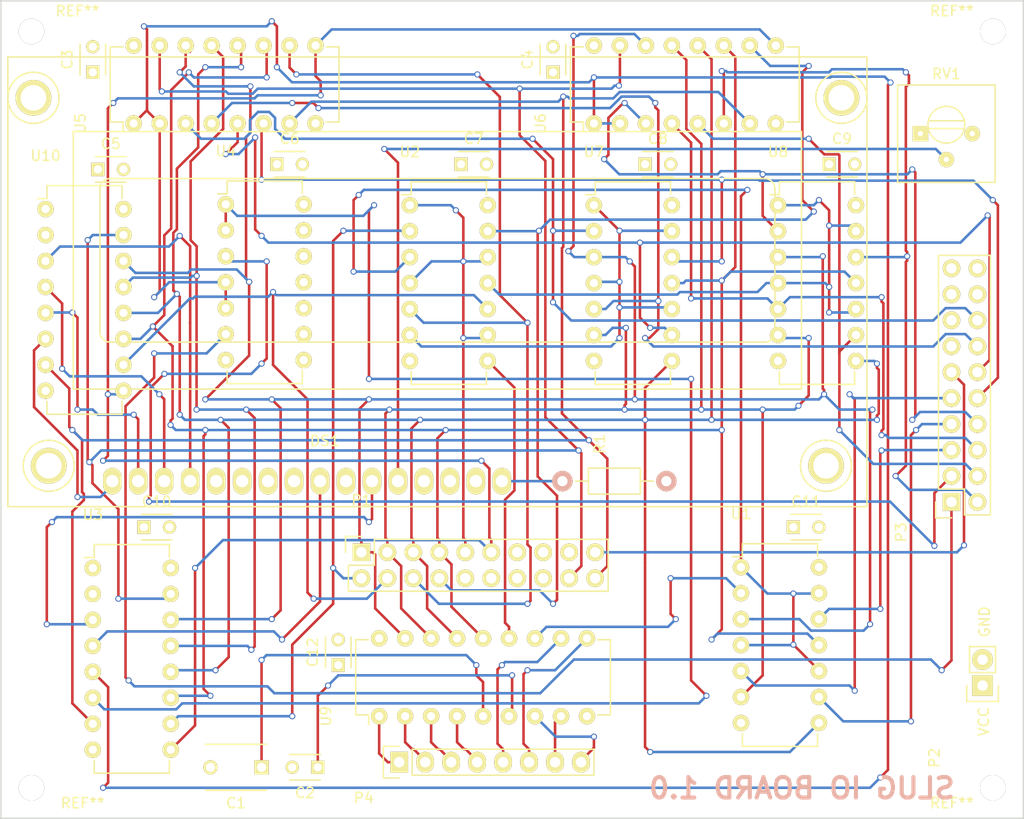
<source format=kicad_pcb>
(kicad_pcb (version 4) (host pcbnew "(2016-01-23 BZR 6508)-product")
  (layers (0 F.Cu signal) (1 In1.Cu power hide) (2 In2.Cu power hide) (31 B.Cu signal) (34 B.Paste user) (35 F.Paste user) (36 B.SilkS user) (37 F.SilkS user) (38 B.Mask user) (39 F.Mask user) (44 Edge.Cuts user))
  (net 0 "")
  (net 1 "Net-(C1-Pad1)")
  (net 2 GND)
  (net 3 "Net-(C2-Pad1)")
  (net 4 VCC)
  (net 5 "Net-(DS1-Pad3)")
  (net 6 LCD_RS)
  (net 7 LCD_E)
  (net 8 "Net-(DS1-Pad7)")
  (net 9 "Net-(DS1-Pad8)")
  (net 10 "Net-(DS1-Pad9)")
  (net 11 "Net-(DS1-Pad10)")
  (net 12 "Net-(DS1-Pad11)")
  (net 13 "Net-(DS1-Pad12)")
  (net 14 "Net-(DS1-Pad13)")
  (net 15 "Net-(DS1-Pad14)")
  (net 16 "Net-(DS1-Pad15)")
  (net 17 /DATA0)
  (net 18 DSEL0)
  (net 19 /DATA1)
  (net 20 DSEL1)
  (net 21 /DATA2)
  (net 22 DSEL2)
  (net 23 /DATA3)
  (net 24 DSEL3)
  (net 25 ~OEIN)
  (net 26 "Net-(P1-Pad10)")
  (net 27 ~LDOUT)
  (net 28 "Net-(P1-Pad12)")
  (net 29 "Net-(P1-Pad13)")
  (net 30 "Net-(P1-Pad14)")
  (net 31 "Net-(P1-Pad15)")
  (net 32 "Net-(P1-Pad16)")
  (net 33 "Net-(P1-Pad17)")
  (net 34 RST)
  (net 35 WCLK)
  (net 36 ~USB_RD)
  (net 37 /USB7)
  (net 38 ~USB_WR)
  (net 39 /USB6)
  (net 40 ~USB_RFX)
  (net 41 /USB5)
  (net 42 ~USB_TXE)
  (net 43 /USB4)
  (net 44 ~USB_PWREN)
  (net 45 /USB3)
  (net 46 /USB2)
  (net 47 "Net-(P3-Pad13)")
  (net 48 /USB1)
  (net 49 "Net-(P3-Pad15)")
  (net 50 /USB0)
  (net 51 /KEY_Y1)
  (net 52 /KEY_Y2)
  (net 53 /KEY_Y3)
  (net 54 /KEY_Y4)
  (net 55 /KEY_X1)
  (net 56 /KEY_X2)
  (net 57 /KEY_X3)
  (net 58 /KEY_X4)
  (net 59 "Net-(U1-Pad1)")
  (net 60 KEY_DA)
  (net 61 "Net-(U2-Pad6)")
  (net 62 "Net-(U2-Pad8)")
  (net 63 "Net-(U2-Pad11)")
  (net 64 "Net-(U3-Pad5)")
  (net 65 "Net-(U3-Pad6)")
  (net 66 ~RST)
  (module Housings_DIP:DIP-14_W7.62mm (layer F.Cu) (at 201 62)
    (fp_text reference U7 (at 0 -5.22) (layer F.SilkS))
    (fp_text value 74LS125)
    (pad 1 thru_hole oval (at 0 0) (size 1.6 1.6) (drill 0.8) (layers *.Cu *.Mask F.SilkS) (net 61 "Net-(U2-Pad6)"))
    (pad 2 thru_hole oval (at 0 2.54) (size 1.6 1.6) (drill 0.8) (layers *.Cu *.Mask F.SilkS) (net 50 /USB0))
    (pad 3 thru_hole oval (at 0 5.08) (size 1.6 1.6) (drill 0.8) (layers *.Cu *.Mask F.SilkS) (net 17 /DATA0))
    (pad 4 thru_hole oval (at 0 7.62) (size 1.6 1.6) (drill 0.8) (layers *.Cu *.Mask F.SilkS) (net 61 "Net-(U2-Pad6)"))
    (pad 5 thru_hole oval (at 0 10.16) (size 1.6 1.6) (drill 0.8) (layers *.Cu *.Mask F.SilkS) (net 48 /USB1))
    (pad 6 thru_hole oval (at 0 12.7) (size 1.6 1.6) (drill 0.8) (layers *.Cu *.Mask F.SilkS) (net 19 /DATA1))
    (pad 7 thru_hole oval (at 0 15.24) (size 1.6 1.6) (drill 0.8) (layers *.Cu *.Mask F.SilkS) (net 2 GND))
    (pad 8 thru_hole oval (at 7.62 15.24) (size 1.6 1.6) (drill 0.8) (layers *.Cu *.Mask F.SilkS) (net 21 /DATA2))
    (pad 9 thru_hole oval (at 7.62 12.7) (size 1.6 1.6) (drill 0.8) (layers *.Cu *.Mask F.SilkS) (net 46 /USB2))
    (pad 10 thru_hole oval (at 7.62 10.16) (size 1.6 1.6) (drill 0.8) (layers *.Cu *.Mask F.SilkS) (net 61 "Net-(U2-Pad6)"))
    (pad 11 thru_hole oval (at 7.62 7.62) (size 1.6 1.6) (drill 0.8) (layers *.Cu *.Mask F.SilkS) (net 23 /DATA3))
    (pad 12 thru_hole oval (at 7.62 5.08) (size 1.6 1.6) (drill 0.8) (layers *.Cu *.Mask F.SilkS) (net 45 /USB3))
    (pad 13 thru_hole oval (at 7.62 2.54) (size 1.6 1.6) (drill 0.8) (layers *.Cu *.Mask F.SilkS) (net 61 "Net-(U2-Pad6)"))
    (pad 14 thru_hole oval (at 7.62 0) (size 1.6 1.6) (drill 0.8) (layers *.Cu *.Mask F.SilkS) (net 4 VCC))
  )
  (module Mounting_Holes:MountingHole_2-5mm (layer F.Cu) (at 240 45)
    (fp_text reference REF** (at -4 -2) (layer F.SilkS))
    (fp_text value MountingHole_2-5mm)
    (pad 1 thru_hole circle (at 0 0) (size 2.5 2.5) (drill 2.5) (layers))
  )
  (module Mounting_Holes:MountingHole_2-5mm (layer F.Cu) (at 240 119)
    (fp_text reference REF** (at -4 1.5) (layer F.SilkS))
    (fp_text value MountingHole_2-5mm)
    (pad 1 thru_hole circle (at 0 0) (size 2.5 2.5) (drill 2.5) (layers))
  )
  (module Mounting_Holes:MountingHole_2-5mm (layer F.Cu) (at 146 119)
    (fp_text reference REF** (at 5 1.5) (layer F.SilkS))
    (fp_text value MountingHole_2-5mm)
    (pad 1 thru_hole circle (at 0 0) (size 2.5 2.5) (drill 2.5) (layers))
  )
  (module Mounting_Holes:MountingHole_2-5mm (layer F.Cu) (at 146 45)
    (fp_text reference REF** (at 4.5 -2) (layer F.SilkS))
    (fp_text value MountingHole_2-5mm)
    (pad 1 thru_hole circle (at 0 0) (size 2.5 2.5) (drill 2.5) (layers))
  )
  (module Housings_DIP:DIP-18_W7.62mm (layer F.Cu) (at 180 112 90)
    (fp_text reference U9 (at 0 -5.22 90) (layer F.SilkS))
    (fp_text value MM74C922)
    (pad 1 thru_hole oval (at 0 0 90) (size 1.6 1.6) (drill 0.8) (layers *.Cu *.Mask F.SilkS) (net 51 /KEY_Y1))
    (pad 2 thru_hole oval (at 0 2.54 90) (size 1.6 1.6) (drill 0.8) (layers *.Cu *.Mask F.SilkS) (net 52 /KEY_Y2))
    (pad 3 thru_hole oval (at 0 5.08 90) (size 1.6 1.6) (drill 0.8) (layers *.Cu *.Mask F.SilkS) (net 53 /KEY_Y3))
    (pad 4 thru_hole oval (at 0 7.62 90) (size 1.6 1.6) (drill 0.8) (layers *.Cu *.Mask F.SilkS) (net 54 /KEY_Y4))
    (pad 5 thru_hole oval (at 0 10.16 90) (size 1.6 1.6) (drill 0.8) (layers *.Cu *.Mask F.SilkS) (net 1 "Net-(C1-Pad1)"))
    (pad 6 thru_hole oval (at 0 12.7 90) (size 1.6 1.6) (drill 0.8) (layers *.Cu *.Mask F.SilkS) (net 3 "Net-(C2-Pad1)"))
    (pad 7 thru_hole oval (at 0 15.24 90) (size 1.6 1.6) (drill 0.8) (layers *.Cu *.Mask F.SilkS) (net 58 /KEY_X4))
    (pad 8 thru_hole oval (at 0 17.78 90) (size 1.6 1.6) (drill 0.8) (layers *.Cu *.Mask F.SilkS) (net 57 /KEY_X3))
    (pad 9 thru_hole oval (at 0 20.32 90) (size 1.6 1.6) (drill 0.8) (layers *.Cu *.Mask F.SilkS) (net 2 GND))
    (pad 10 thru_hole oval (at 7.62 20.32 90) (size 1.6 1.6) (drill 0.8) (layers *.Cu *.Mask F.SilkS) (net 56 /KEY_X2))
    (pad 11 thru_hole oval (at 7.62 17.78 90) (size 1.6 1.6) (drill 0.8) (layers *.Cu *.Mask F.SilkS) (net 55 /KEY_X1))
    (pad 12 thru_hole oval (at 7.62 15.24 90) (size 1.6 1.6) (drill 0.8) (layers *.Cu *.Mask F.SilkS) (net 60 KEY_DA))
    (pad 13 thru_hole oval (at 7.62 12.7 90) (size 1.6 1.6) (drill 0.8) (layers *.Cu *.Mask F.SilkS) (net 62 "Net-(U2-Pad8)"))
    (pad 14 thru_hole oval (at 7.62 10.16 90) (size 1.6 1.6) (drill 0.8) (layers *.Cu *.Mask F.SilkS) (net 23 /DATA3))
    (pad 15 thru_hole oval (at 7.62 7.62 90) (size 1.6 1.6) (drill 0.8) (layers *.Cu *.Mask F.SilkS) (net 21 /DATA2))
    (pad 16 thru_hole oval (at 7.62 5.08 90) (size 1.6 1.6) (drill 0.8) (layers *.Cu *.Mask F.SilkS) (net 19 /DATA1))
    (pad 17 thru_hole oval (at 7.62 2.54 90) (size 1.6 1.6) (drill 0.8) (layers *.Cu *.Mask F.SilkS) (net 17 /DATA0))
    (pad 18 thru_hole oval (at 7.62 0 90) (size 1.6 1.6) (drill 0.8) (layers *.Cu *.Mask F.SilkS) (net 4 VCC))
  )
  (module Display:RC1602A (layer F.Cu) (at 186.92 89)
    (fp_text reference DS1 (at -12.2442 -3.9354) (layer F.SilkS))
    (fp_text value LCD-016N002L)
    (pad 1 thru_hole oval (at 0 0) (size 1.8 2.6) (drill 1.2) (layers *.Cu *.Mask F.SilkS) (net 2 GND))
    (pad 2 thru_hole oval (at -2.54 0) (size 1.8 2.6) (drill 1.2) (layers *.Cu *.Mask F.SilkS) (net 4 VCC))
    (pad 3 thru_hole oval (at -5.08 0) (size 1.8 2.6) (drill 1.2) (layers *.Cu *.Mask F.SilkS) (net 5 "Net-(DS1-Pad3)"))
    (pad 4 thru_hole oval (at -7.62 0) (size 1.8 2.6) (drill 1.2) (layers *.Cu *.Mask F.SilkS) (net 6 LCD_RS))
    (pad 5 thru_hole oval (at -10.16 0) (size 1.8 2.6) (drill 1.2) (layers *.Cu *.Mask F.SilkS) (net 2 GND))
    (pad 6 thru_hole oval (at -12.7 0) (size 1.8 2.6) (drill 1.2) (layers *.Cu *.Mask F.SilkS) (net 7 LCD_E))
    (pad 7 thru_hole oval (at -15.24 0) (size 1.8 2.6) (drill 1.2) (layers *.Cu *.Mask F.SilkS) (net 8 "Net-(DS1-Pad7)"))
    (pad 8 thru_hole oval (at -17.78 0) (size 1.8 2.6) (drill 1.2) (layers *.Cu *.Mask F.SilkS) (net 9 "Net-(DS1-Pad8)"))
    (pad 9 thru_hole oval (at -20.32 0) (size 1.8 2.6) (drill 1.2) (layers *.Cu *.Mask F.SilkS) (net 10 "Net-(DS1-Pad9)"))
    (pad 10 thru_hole oval (at -22.86 0) (size 1.8 2.6) (drill 1.2) (layers *.Cu *.Mask F.SilkS) (net 11 "Net-(DS1-Pad10)"))
    (pad 11 thru_hole oval (at -25.4 0) (size 1.8 2.6) (drill 1.2) (layers *.Cu *.Mask F.SilkS) (net 12 "Net-(DS1-Pad11)"))
    (pad 12 thru_hole oval (at -27.94 0) (size 1.8 2.6) (drill 1.2) (layers *.Cu *.Mask F.SilkS) (net 13 "Net-(DS1-Pad12)"))
    (pad 13 thru_hole oval (at -30.48508 -0.00254) (size 1.8 2.6) (drill 1.2) (layers *.Cu *.Mask F.SilkS) (net 14 "Net-(DS1-Pad13)"))
    (pad 14 thru_hole oval (at -33.02 0) (size 1.8 2.6) (drill 1.2) (layers *.Cu *.Mask F.SilkS) (net 15 "Net-(DS1-Pad14)"))
    (pad 15 thru_hole oval (at 5.08 0) (size 1.8 2.6) (drill 1.2) (layers *.Cu *.Mask F.SilkS) (net 16 "Net-(DS1-Pad15)"))
    (pad 16 thru_hole oval (at 2.53492 -0.00254) (size 1.8 2.6) (drill 1.2) (layers *.Cu *.Mask F.SilkS) (net 2 GND))
    (pad 0 thru_hole circle (at -39.22522 -1.50368) (size 3.5 3.5) (drill 2.5) (layers *.Cu *.Mask F.SilkS))
    (pad 0 thru_hole circle (at -40.72636 -37.5031) (size 3.5 3.5) (drill 2.5) (layers *.Cu *.Mask F.SilkS))
    (pad 0 thru_hole circle (at 38.27526 -37.5031) (size 3.5 3.5) (drill 2.5) (layers *.Cu *.Mask F.SilkS))
    (pad 0 thru_hole circle (at 36.77412 -1.50368) (size 3.5 3.5) (drill 2.5) (layers *.Cu *.Mask F.SilkS))
  )
  (module Housings_DIP:DIP-14_W7.62mm (layer F.Cu) (at 215.38 97.42)
    (fp_text reference U1 (at 0 -5.22) (layer F.SilkS))
    (fp_text value 74LS125)
    (pad 1 thru_hole oval (at 0 0) (size 1.6 1.6) (drill 0.8) (layers *.Cu *.Mask F.SilkS) (net 59 "Net-(U1-Pad1)"))
    (pad 2 thru_hole oval (at 0 2.54) (size 1.6 1.6) (drill 0.8) (layers *.Cu *.Mask F.SilkS) (net 60 KEY_DA))
    (pad 3 thru_hole oval (at 0 5.08) (size 1.6 1.6) (drill 0.8) (layers *.Cu *.Mask F.SilkS) (net 17 /DATA0))
    (pad 4 thru_hole oval (at 0 7.62) (size 1.6 1.6) (drill 0.8) (layers *.Cu *.Mask F.SilkS) (net 59 "Net-(U1-Pad1)"))
    (pad 5 thru_hole oval (at 0 10.16) (size 1.6 1.6) (drill 0.8) (layers *.Cu *.Mask F.SilkS) (net 44 ~USB_PWREN))
    (pad 6 thru_hole oval (at 0 12.7) (size 1.6 1.6) (drill 0.8) (layers *.Cu *.Mask F.SilkS) (net 19 /DATA1))
    (pad 7 thru_hole oval (at 0 15.24) (size 1.6 1.6) (drill 0.8) (layers *.Cu *.Mask F.SilkS) (net 2 GND))
    (pad 8 thru_hole oval (at 7.62 15.24) (size 1.6 1.6) (drill 0.8) (layers *.Cu *.Mask F.SilkS) (net 21 /DATA2))
    (pad 9 thru_hole oval (at 7.62 12.7) (size 1.6 1.6) (drill 0.8) (layers *.Cu *.Mask F.SilkS) (net 42 ~USB_TXE))
    (pad 10 thru_hole oval (at 7.62 10.16) (size 1.6 1.6) (drill 0.8) (layers *.Cu *.Mask F.SilkS) (net 59 "Net-(U1-Pad1)"))
    (pad 11 thru_hole oval (at 7.62 7.62) (size 1.6 1.6) (drill 0.8) (layers *.Cu *.Mask F.SilkS) (net 23 /DATA3))
    (pad 12 thru_hole oval (at 7.62 5.08) (size 1.6 1.6) (drill 0.8) (layers *.Cu *.Mask F.SilkS) (net 40 ~USB_RFX))
    (pad 13 thru_hole oval (at 7.62 2.54) (size 1.6 1.6) (drill 0.8) (layers *.Cu *.Mask F.SilkS) (net 59 "Net-(U1-Pad1)"))
    (pad 14 thru_hole oval (at 7.62 0) (size 1.6 1.6) (drill 0.8) (layers *.Cu *.Mask F.SilkS) (net 4 VCC))
  )
  (module Housings_DIP:DIP-16_W7.62mm (layer F.Cu) (at 156 54 90)
    (fp_text reference U5 (at 0 -5.22 90) (layer F.SilkS))
    (fp_text value 74LS173)
    (pad 1 thru_hole oval (at 0 0 90) (size 1.6 1.6) (drill 0.8) (layers *.Cu *.Mask F.SilkS) (net 64 "Net-(U3-Pad5)"))
    (pad 2 thru_hole oval (at 0 2.54 90) (size 1.6 1.6) (drill 0.8) (layers *.Cu *.Mask F.SilkS) (net 64 "Net-(U3-Pad5)"))
    (pad 3 thru_hole oval (at 0 5.08 90) (size 1.6 1.6) (drill 0.8) (layers *.Cu *.Mask F.SilkS) (net 50 /USB0))
    (pad 4 thru_hole oval (at 0 7.62 90) (size 1.6 1.6) (drill 0.8) (layers *.Cu *.Mask F.SilkS) (net 48 /USB1))
    (pad 5 thru_hole oval (at 0 10.16 90) (size 1.6 1.6) (drill 0.8) (layers *.Cu *.Mask F.SilkS) (net 46 /USB2))
    (pad 6 thru_hole oval (at 0 12.7 90) (size 1.6 1.6) (drill 0.8) (layers *.Cu *.Mask F.SilkS) (net 45 /USB3))
    (pad 7 thru_hole oval (at 0 15.24 90) (size 1.6 1.6) (drill 0.8) (layers *.Cu *.Mask F.SilkS) (net 35 WCLK))
    (pad 8 thru_hole oval (at 0 17.78 90) (size 1.6 1.6) (drill 0.8) (layers *.Cu *.Mask F.SilkS) (net 2 GND))
    (pad 9 thru_hole oval (at 7.62 17.78 90) (size 1.6 1.6) (drill 0.8) (layers *.Cu *.Mask F.SilkS) (net 27 ~LDOUT))
    (pad 10 thru_hole oval (at 7.62 15.24 90) (size 1.6 1.6) (drill 0.8) (layers *.Cu *.Mask F.SilkS) (net 22 DSEL2))
    (pad 11 thru_hole oval (at 7.62 12.7 90) (size 1.6 1.6) (drill 0.8) (layers *.Cu *.Mask F.SilkS) (net 23 /DATA3))
    (pad 12 thru_hole oval (at 7.62 10.16 90) (size 1.6 1.6) (drill 0.8) (layers *.Cu *.Mask F.SilkS) (net 21 /DATA2))
    (pad 13 thru_hole oval (at 7.62 7.62 90) (size 1.6 1.6) (drill 0.8) (layers *.Cu *.Mask F.SilkS) (net 19 /DATA1))
    (pad 14 thru_hole oval (at 7.62 5.08 90) (size 1.6 1.6) (drill 0.8) (layers *.Cu *.Mask F.SilkS) (net 17 /DATA0))
    (pad 15 thru_hole oval (at 7.62 2.54 90) (size 1.6 1.6) (drill 0.8) (layers *.Cu *.Mask F.SilkS) (net 34 RST))
    (pad 16 thru_hole oval (at 7.62 0 90) (size 1.6 1.6) (drill 0.8) (layers *.Cu *.Mask F.SilkS) (net 4 VCC))
  )
  (module Housings_DIP:DIP-16_W7.62mm (layer F.Cu) (at 147.38 62.38)
    (fp_text reference U10 (at 0 -5.22) (layer F.SilkS))
    (fp_text value 74LS173)
    (pad 1 thru_hole oval (at 0 0) (size 1.6 1.6) (drill 0.8) (layers *.Cu *.Mask F.SilkS) (net 2 GND))
    (pad 2 thru_hole oval (at 0 2.54) (size 1.6 1.6) (drill 0.8) (layers *.Cu *.Mask F.SilkS) (net 2 GND))
    (pad 3 thru_hole oval (at 0 5.08) (size 1.6 1.6) (drill 0.8) (layers *.Cu *.Mask F.SilkS) (net 12 "Net-(DS1-Pad11)"))
    (pad 4 thru_hole oval (at 0 7.62) (size 1.6 1.6) (drill 0.8) (layers *.Cu *.Mask F.SilkS) (net 13 "Net-(DS1-Pad12)"))
    (pad 5 thru_hole oval (at 0 10.16) (size 1.6 1.6) (drill 0.8) (layers *.Cu *.Mask F.SilkS) (net 14 "Net-(DS1-Pad13)"))
    (pad 6 thru_hole oval (at 0 12.7) (size 1.6 1.6) (drill 0.8) (layers *.Cu *.Mask F.SilkS) (net 15 "Net-(DS1-Pad14)"))
    (pad 7 thru_hole oval (at 0 15.24) (size 1.6 1.6) (drill 0.8) (layers *.Cu *.Mask F.SilkS) (net 35 WCLK))
    (pad 8 thru_hole oval (at 0 17.78) (size 1.6 1.6) (drill 0.8) (layers *.Cu *.Mask F.SilkS) (net 2 GND))
    (pad 9 thru_hole oval (at 7.62 17.78) (size 1.6 1.6) (drill 0.8) (layers *.Cu *.Mask F.SilkS) (net 27 ~LDOUT))
    (pad 10 thru_hole oval (at 7.62 15.24) (size 1.6 1.6) (drill 0.8) (layers *.Cu *.Mask F.SilkS) (net 20 DSEL1))
    (pad 11 thru_hole oval (at 7.62 12.7) (size 1.6 1.6) (drill 0.8) (layers *.Cu *.Mask F.SilkS) (net 23 /DATA3))
    (pad 12 thru_hole oval (at 7.62 10.16) (size 1.6 1.6) (drill 0.8) (layers *.Cu *.Mask F.SilkS) (net 21 /DATA2))
    (pad 13 thru_hole oval (at 7.62 7.62) (size 1.6 1.6) (drill 0.8) (layers *.Cu *.Mask F.SilkS) (net 19 /DATA1))
    (pad 14 thru_hole oval (at 7.62 5.08) (size 1.6 1.6) (drill 0.8) (layers *.Cu *.Mask F.SilkS) (net 17 /DATA0))
    (pad 15 thru_hole oval (at 7.62 2.54) (size 1.6 1.6) (drill 0.8) (layers *.Cu *.Mask F.SilkS) (net 34 RST))
    (pad 16 thru_hole oval (at 7.62 0) (size 1.6 1.6) (drill 0.8) (layers *.Cu *.Mask F.SilkS) (net 4 VCC))
  )
  (module Capacitors_ThroughHole:C_Disc_D3_P2.5 (layer F.Cu) (at 174 117 180)
    (fp_text reference C2 (at 1.25 -2.5 180) (layer F.SilkS))
    (fp_text value CP1)
    (pad 1 thru_hole rect (at 0 0 180) (size 1.3 1.3) (drill 0.8) (layers *.Cu *.Mask F.SilkS) (net 3 "Net-(C2-Pad1)"))
    (pad 2 thru_hole circle (at 2.5 0 180) (size 1.3 1.3) (drill 0.8001) (layers *.Cu *.Mask F.SilkS) (net 2 GND))
  )
  (module Pin_Headers:Pin_Header_Straight_1x08 (layer F.Cu) (at 181.96 116.5 90)
    (fp_text reference P4 (at -3.5 -3.46 180) (layer F.SilkS))
    (fp_text value CONN_01X08)
    (pad 1 thru_hole rect (at 0 0 90) (size 2.032 1.7272) (drill 1.016) (layers *.Cu *.Mask F.SilkS) (net 51 /KEY_Y1))
    (pad 2 thru_hole oval (at 0 2.54 90) (size 2.032 1.7272) (drill 1.016) (layers *.Cu *.Mask F.SilkS) (net 52 /KEY_Y2))
    (pad 3 thru_hole oval (at 0 5.08 90) (size 2.032 1.7272) (drill 1.016) (layers *.Cu *.Mask F.SilkS) (net 53 /KEY_Y3))
    (pad 4 thru_hole oval (at 0 7.62 90) (size 2.032 1.7272) (drill 1.016) (layers *.Cu *.Mask F.SilkS) (net 54 /KEY_Y4))
    (pad 5 thru_hole oval (at 0 10.16 90) (size 2.032 1.7272) (drill 1.016) (layers *.Cu *.Mask F.SilkS) (net 55 /KEY_X1))
    (pad 6 thru_hole oval (at 0 12.7 90) (size 2.032 1.7272) (drill 1.016) (layers *.Cu *.Mask F.SilkS) (net 56 /KEY_X2))
    (pad 7 thru_hole oval (at 0 15.24 90) (size 2.032 1.7272) (drill 1.016) (layers *.Cu *.Mask F.SilkS) (net 57 /KEY_X3))
    (pad 8 thru_hole oval (at 0 17.78 90) (size 2.032 1.7272) (drill 1.016) (layers *.Cu *.Mask F.SilkS) (net 58 /KEY_X4))
  )
  (module Resistors_ThroughHole:Resistor_Horizontal_RM10mm (layer F.Cu) (at 203 89 180)
    (fp_text reference R1 (at 1.435 3.64 270) (layer F.SilkS))
    (fp_text value R)
    (pad 1 thru_hole circle (at -5.08 0 180) (size 1.99898 1.99898) (drill 1.00076) (layers *.Cu *.SilkS *.Mask) (net 4 VCC))
    (pad 2 thru_hole circle (at 5.08 0 180) (size 1.99898 1.99898) (drill 1.00076) (layers *.Cu *.SilkS *.Mask) (net 16 "Net-(DS1-Pad15)"))
  )
  (module Potentiometers:Potentiometer_Trimmer-Suntan-TSR-3386P (layer F.Cu) (at 232.92 55)
    (fp_text reference RV1 (at 2.54 -5.842) (layer F.SilkS))
    (fp_text value POT)
    (pad 3 thru_hole circle (at 5.08 0) (size 1.51 1.51) (drill 0.51) (layers *.Cu *.Mask F.SilkS) (net 2 GND))
    (pad 1 thru_hole rect (at 0 0) (size 1.51 1.51) (drill 0.51) (layers *.Cu *.Mask F.SilkS) (net 4 VCC))
    (pad 2 thru_hole circle (at 2.54 2.54) (size 1.51 1.51) (drill 0.51) (layers *.Cu *.Mask F.SilkS) (net 5 "Net-(DS1-Pad3)"))
  )
  (module Housings_DIP:DIP-14_W7.62mm (layer F.Cu) (at 183 62)
    (fp_text reference U2 (at 0 -5.22) (layer F.SilkS))
    (fp_text value 74LS32)
    (pad 1 thru_hole oval (at 0 0) (size 1.6 1.6) (drill 0.8) (layers *.Cu *.Mask F.SilkS) (net 25 ~OEIN))
    (pad 2 thru_hole oval (at 0 2.54) (size 1.6 1.6) (drill 0.8) (layers *.Cu *.Mask F.SilkS) (net 18 DSEL0))
    (pad 3 thru_hole oval (at 0 5.08) (size 1.6 1.6) (drill 0.8) (layers *.Cu *.Mask F.SilkS) (net 59 "Net-(U1-Pad1)"))
    (pad 4 thru_hole oval (at 0 7.62) (size 1.6 1.6) (drill 0.8) (layers *.Cu *.Mask F.SilkS) (net 25 ~OEIN))
    (pad 5 thru_hole oval (at 0 10.16) (size 1.6 1.6) (drill 0.8) (layers *.Cu *.Mask F.SilkS) (net 22 DSEL2))
    (pad 6 thru_hole oval (at 0 12.7) (size 1.6 1.6) (drill 0.8) (layers *.Cu *.Mask F.SilkS) (net 61 "Net-(U2-Pad6)"))
    (pad 7 thru_hole oval (at 0 15.24) (size 1.6 1.6) (drill 0.8) (layers *.Cu *.Mask F.SilkS) (net 2 GND))
    (pad 8 thru_hole oval (at 7.62 15.24) (size 1.6 1.6) (drill 0.8) (layers *.Cu *.Mask F.SilkS) (net 62 "Net-(U2-Pad8)"))
    (pad 9 thru_hole oval (at 7.62 12.7) (size 1.6 1.6) (drill 0.8) (layers *.Cu *.Mask F.SilkS) (net 25 ~OEIN))
    (pad 10 thru_hole oval (at 7.62 10.16) (size 1.6 1.6) (drill 0.8) (layers *.Cu *.Mask F.SilkS) (net 20 DSEL1))
    (pad 11 thru_hole oval (at 7.62 7.62) (size 1.6 1.6) (drill 0.8) (layers *.Cu *.Mask F.SilkS) (net 63 "Net-(U2-Pad11)"))
    (pad 12 thru_hole oval (at 7.62 5.08) (size 1.6 1.6) (drill 0.8) (layers *.Cu *.Mask F.SilkS) (net 25 ~OEIN))
    (pad 13 thru_hole oval (at 7.62 2.54) (size 1.6 1.6) (drill 0.8) (layers *.Cu *.Mask F.SilkS) (net 24 DSEL3))
    (pad 14 thru_hole oval (at 7.62 0) (size 1.6 1.6) (drill 0.8) (layers *.Cu *.Mask F.SilkS) (net 4 VCC))
  )
  (module Housings_DIP:DIP-16_W7.62mm (layer F.Cu) (at 152 97.5)
    (fp_text reference U3 (at 0 -5.22) (layer F.SilkS))
    (fp_text value 74LS173)
    (pad 1 thru_hole oval (at 0 0) (size 1.6 1.6) (drill 0.8) (layers *.Cu *.Mask F.SilkS) (net 2 GND))
    (pad 2 thru_hole oval (at 0 2.54) (size 1.6 1.6) (drill 0.8) (layers *.Cu *.Mask F.SilkS) (net 2 GND))
    (pad 3 thru_hole oval (at 0 5.08) (size 1.6 1.6) (drill 0.8) (layers *.Cu *.Mask F.SilkS) (net 6 LCD_RS))
    (pad 4 thru_hole oval (at 0 7.62) (size 1.6 1.6) (drill 0.8) (layers *.Cu *.Mask F.SilkS) (net 7 LCD_E))
    (pad 5 thru_hole oval (at 0 10.16) (size 1.6 1.6) (drill 0.8) (layers *.Cu *.Mask F.SilkS) (net 64 "Net-(U3-Pad5)"))
    (pad 6 thru_hole oval (at 0 12.7) (size 1.6 1.6) (drill 0.8) (layers *.Cu *.Mask F.SilkS) (net 65 "Net-(U3-Pad6)"))
    (pad 7 thru_hole oval (at 0 15.24) (size 1.6 1.6) (drill 0.8) (layers *.Cu *.Mask F.SilkS) (net 35 WCLK))
    (pad 8 thru_hole oval (at 0 17.78) (size 1.6 1.6) (drill 0.8) (layers *.Cu *.Mask F.SilkS) (net 2 GND))
    (pad 9 thru_hole oval (at 7.62 17.78) (size 1.6 1.6) (drill 0.8) (layers *.Cu *.Mask F.SilkS) (net 27 ~LDOUT))
    (pad 10 thru_hole oval (at 7.62 15.24) (size 1.6 1.6) (drill 0.8) (layers *.Cu *.Mask F.SilkS) (net 18 DSEL0))
    (pad 11 thru_hole oval (at 7.62 12.7) (size 1.6 1.6) (drill 0.8) (layers *.Cu *.Mask F.SilkS) (net 23 /DATA3))
    (pad 12 thru_hole oval (at 7.62 10.16) (size 1.6 1.6) (drill 0.8) (layers *.Cu *.Mask F.SilkS) (net 21 /DATA2))
    (pad 13 thru_hole oval (at 7.62 7.62) (size 1.6 1.6) (drill 0.8) (layers *.Cu *.Mask F.SilkS) (net 19 /DATA1))
    (pad 14 thru_hole oval (at 7.62 5.08) (size 1.6 1.6) (drill 0.8) (layers *.Cu *.Mask F.SilkS) (net 17 /DATA0))
    (pad 15 thru_hole oval (at 7.62 2.54) (size 1.6 1.6) (drill 0.8) (layers *.Cu *.Mask F.SilkS) (net 34 RST))
    (pad 16 thru_hole oval (at 7.62 0) (size 1.6 1.6) (drill 0.8) (layers *.Cu *.Mask F.SilkS) (net 4 VCC))
  )
  (module Housings_DIP:DIP-14_W7.62mm (layer F.Cu) (at 165 61.92)
    (fp_text reference U4 (at 0 -5.22) (layer F.SilkS))
    (fp_text value 74LS00)
    (pad 1 thru_hole oval (at 0 0) (size 1.6 1.6) (drill 0.8) (layers *.Cu *.Mask F.SilkS) (net 65 "Net-(U3-Pad6)"))
    (pad 2 thru_hole oval (at 0 2.54) (size 1.6 1.6) (drill 0.8) (layers *.Cu *.Mask F.SilkS) (net 65 "Net-(U3-Pad6)"))
    (pad 3 thru_hole oval (at 0 5.08) (size 1.6 1.6) (drill 0.8) (layers *.Cu *.Mask F.SilkS) (net 38 ~USB_WR))
    (pad 4 thru_hole oval (at 0 7.62) (size 1.6 1.6) (drill 0.8) (layers *.Cu *.Mask F.SilkS) (net 64 "Net-(U3-Pad5)"))
    (pad 5 thru_hole oval (at 0 10.16) (size 1.6 1.6) (drill 0.8) (layers *.Cu *.Mask F.SilkS) (net 64 "Net-(U3-Pad5)"))
    (pad 6 thru_hole oval (at 0 12.7) (size 1.6 1.6) (drill 0.8) (layers *.Cu *.Mask F.SilkS) (net 36 ~USB_RD))
    (pad 7 thru_hole oval (at 0 15.24) (size 1.6 1.6) (drill 0.8) (layers *.Cu *.Mask F.SilkS) (net 2 GND))
    (pad 8 thru_hole oval (at 7.62 15.24) (size 1.6 1.6) (drill 0.8) (layers *.Cu *.Mask F.SilkS))
    (pad 9 thru_hole oval (at 7.62 12.7) (size 1.6 1.6) (drill 0.8) (layers *.Cu *.Mask F.SilkS))
    (pad 10 thru_hole oval (at 7.62 10.16) (size 1.6 1.6) (drill 0.8) (layers *.Cu *.Mask F.SilkS))
    (pad 11 thru_hole oval (at 7.62 7.62) (size 1.6 1.6) (drill 0.8) (layers *.Cu *.Mask F.SilkS))
    (pad 12 thru_hole oval (at 7.62 5.08) (size 1.6 1.6) (drill 0.8) (layers *.Cu *.Mask F.SilkS))
    (pad 13 thru_hole oval (at 7.62 2.54) (size 1.6 1.6) (drill 0.8) (layers *.Cu *.Mask F.SilkS))
    (pad 14 thru_hole oval (at 7.62 0) (size 1.6 1.6) (drill 0.8) (layers *.Cu *.Mask F.SilkS) (net 4 VCC))
  )
  (module Housings_DIP:DIP-16_W7.62mm (layer F.Cu) (at 201 54 90)
    (fp_text reference U6 (at 0 -5.22 90) (layer F.SilkS))
    (fp_text value 74LS173)
    (pad 1 thru_hole oval (at 0 0 90) (size 1.6 1.6) (drill 0.8) (layers *.Cu *.Mask F.SilkS) (net 64 "Net-(U3-Pad5)"))
    (pad 2 thru_hole oval (at 0 2.54 90) (size 1.6 1.6) (drill 0.8) (layers *.Cu *.Mask F.SilkS) (net 64 "Net-(U3-Pad5)"))
    (pad 3 thru_hole oval (at 0 5.08 90) (size 1.6 1.6) (drill 0.8) (layers *.Cu *.Mask F.SilkS) (net 43 /USB4))
    (pad 4 thru_hole oval (at 0 7.62 90) (size 1.6 1.6) (drill 0.8) (layers *.Cu *.Mask F.SilkS) (net 41 /USB5))
    (pad 5 thru_hole oval (at 0 10.16 90) (size 1.6 1.6) (drill 0.8) (layers *.Cu *.Mask F.SilkS) (net 39 /USB6))
    (pad 6 thru_hole oval (at 0 12.7 90) (size 1.6 1.6) (drill 0.8) (layers *.Cu *.Mask F.SilkS) (net 37 /USB7))
    (pad 7 thru_hole oval (at 0 15.24 90) (size 1.6 1.6) (drill 0.8) (layers *.Cu *.Mask F.SilkS) (net 35 WCLK))
    (pad 8 thru_hole oval (at 0 17.78 90) (size 1.6 1.6) (drill 0.8) (layers *.Cu *.Mask F.SilkS) (net 2 GND))
    (pad 9 thru_hole oval (at 7.62 17.78 90) (size 1.6 1.6) (drill 0.8) (layers *.Cu *.Mask F.SilkS) (net 27 ~LDOUT))
    (pad 10 thru_hole oval (at 7.62 15.24 90) (size 1.6 1.6) (drill 0.8) (layers *.Cu *.Mask F.SilkS) (net 24 DSEL3))
    (pad 11 thru_hole oval (at 7.62 12.7 90) (size 1.6 1.6) (drill 0.8) (layers *.Cu *.Mask F.SilkS) (net 23 /DATA3))
    (pad 12 thru_hole oval (at 7.62 10.16 90) (size 1.6 1.6) (drill 0.8) (layers *.Cu *.Mask F.SilkS) (net 21 /DATA2))
    (pad 13 thru_hole oval (at 7.62 7.62 90) (size 1.6 1.6) (drill 0.8) (layers *.Cu *.Mask F.SilkS) (net 19 /DATA1))
    (pad 14 thru_hole oval (at 7.62 5.08 90) (size 1.6 1.6) (drill 0.8) (layers *.Cu *.Mask F.SilkS) (net 17 /DATA0))
    (pad 15 thru_hole oval (at 7.62 2.54 90) (size 1.6 1.6) (drill 0.8) (layers *.Cu *.Mask F.SilkS) (net 34 RST))
    (pad 16 thru_hole oval (at 7.62 0 90) (size 1.6 1.6) (drill 0.8) (layers *.Cu *.Mask F.SilkS) (net 4 VCC))
  )
  (module Housings_DIP:DIP-14_W7.62mm (layer F.Cu) (at 219 62)
    (fp_text reference U8 (at 0 -5.22) (layer F.SilkS))
    (fp_text value 74LS125)
    (pad 1 thru_hole oval (at 0 0) (size 1.6 1.6) (drill 0.8) (layers *.Cu *.Mask F.SilkS) (net 63 "Net-(U2-Pad11)"))
    (pad 2 thru_hole oval (at 0 2.54) (size 1.6 1.6) (drill 0.8) (layers *.Cu *.Mask F.SilkS) (net 43 /USB4))
    (pad 3 thru_hole oval (at 0 5.08) (size 1.6 1.6) (drill 0.8) (layers *.Cu *.Mask F.SilkS) (net 17 /DATA0))
    (pad 4 thru_hole oval (at 0 7.62) (size 1.6 1.6) (drill 0.8) (layers *.Cu *.Mask F.SilkS) (net 63 "Net-(U2-Pad11)"))
    (pad 5 thru_hole oval (at 0 10.16) (size 1.6 1.6) (drill 0.8) (layers *.Cu *.Mask F.SilkS) (net 41 /USB5))
    (pad 6 thru_hole oval (at 0 12.7) (size 1.6 1.6) (drill 0.8) (layers *.Cu *.Mask F.SilkS) (net 19 /DATA1))
    (pad 7 thru_hole oval (at 0 15.24) (size 1.6 1.6) (drill 0.8) (layers *.Cu *.Mask F.SilkS) (net 2 GND))
    (pad 8 thru_hole oval (at 7.62 15.24) (size 1.6 1.6) (drill 0.8) (layers *.Cu *.Mask F.SilkS) (net 21 /DATA2))
    (pad 9 thru_hole oval (at 7.62 12.7) (size 1.6 1.6) (drill 0.8) (layers *.Cu *.Mask F.SilkS) (net 39 /USB6))
    (pad 10 thru_hole oval (at 7.62 10.16) (size 1.6 1.6) (drill 0.8) (layers *.Cu *.Mask F.SilkS) (net 63 "Net-(U2-Pad11)"))
    (pad 11 thru_hole oval (at 7.62 7.62) (size 1.6 1.6) (drill 0.8) (layers *.Cu *.Mask F.SilkS) (net 23 /DATA3))
    (pad 12 thru_hole oval (at 7.62 5.08) (size 1.6 1.6) (drill 0.8) (layers *.Cu *.Mask F.SilkS) (net 37 /USB7))
    (pad 13 thru_hole oval (at 7.62 2.54) (size 1.6 1.6) (drill 0.8) (layers *.Cu *.Mask F.SilkS) (net 63 "Net-(U2-Pad11)"))
    (pad 14 thru_hole oval (at 7.62 0) (size 1.6 1.6) (drill 0.8) (layers *.Cu *.Mask F.SilkS) (net 4 VCC))
  )
  (module Capacitors_ThroughHole:C_Disc_D3_P2.5 (layer F.Cu) (at 152 49 90)
    (fp_text reference C3 (at 1.25 -2.5 90) (layer F.SilkS))
    (fp_text value C)
    (pad 1 thru_hole rect (at 0 0 90) (size 1.3 1.3) (drill 0.8) (layers *.Cu *.Mask F.SilkS) (net 2 GND))
    (pad 2 thru_hole circle (at 2.5 0 90) (size 1.3 1.3) (drill 0.8001) (layers *.Cu *.Mask F.SilkS) (net 4 VCC))
  )
  (module Capacitors_ThroughHole:C_Disc_D3_P2.5 (layer F.Cu) (at 197 49 90)
    (fp_text reference C4 (at 1.25 -2.5 90) (layer F.SilkS))
    (fp_text value C)
    (pad 1 thru_hole rect (at 0 0 90) (size 1.3 1.3) (drill 0.8) (layers *.Cu *.Mask F.SilkS) (net 2 GND))
    (pad 2 thru_hole circle (at 2.5 0 90) (size 1.3 1.3) (drill 0.8001) (layers *.Cu *.Mask F.SilkS) (net 4 VCC))
  )
  (module Capacitors_ThroughHole:C_Disc_D3_P2.5 (layer F.Cu) (at 152.5 58.5)
    (fp_text reference C5 (at 1.25 -2.5) (layer F.SilkS))
    (fp_text value C)
    (pad 1 thru_hole rect (at 0 0) (size 1.3 1.3) (drill 0.8) (layers *.Cu *.Mask F.SilkS) (net 2 GND))
    (pad 2 thru_hole circle (at 2.5 0) (size 1.3 1.3) (drill 0.8001) (layers *.Cu *.Mask F.SilkS) (net 4 VCC))
  )
  (module Capacitors_ThroughHole:C_Disc_D3_P2.5 (layer F.Cu) (at 170 58)
    (fp_text reference C6 (at 1.25 -2.5) (layer F.SilkS))
    (fp_text value C)
    (pad 1 thru_hole rect (at 0 0) (size 1.3 1.3) (drill 0.8) (layers *.Cu *.Mask F.SilkS) (net 2 GND))
    (pad 2 thru_hole circle (at 2.5 0) (size 1.3 1.3) (drill 0.8001) (layers *.Cu *.Mask F.SilkS) (net 4 VCC))
  )
  (module Capacitors_ThroughHole:C_Disc_D3_P2.5 (layer F.Cu) (at 188 58)
    (fp_text reference C7 (at 1.25 -2.5) (layer F.SilkS))
    (fp_text value C)
    (pad 1 thru_hole rect (at 0 0) (size 1.3 1.3) (drill 0.8) (layers *.Cu *.Mask F.SilkS) (net 2 GND))
    (pad 2 thru_hole circle (at 2.5 0) (size 1.3 1.3) (drill 0.8001) (layers *.Cu *.Mask F.SilkS) (net 4 VCC))
  )
  (module Capacitors_ThroughHole:C_Disc_D3_P2.5 (layer F.Cu) (at 206 58)
    (fp_text reference C8 (at 1.25 -2.5) (layer F.SilkS))
    (fp_text value C)
    (pad 1 thru_hole rect (at 0 0) (size 1.3 1.3) (drill 0.8) (layers *.Cu *.Mask F.SilkS) (net 2 GND))
    (pad 2 thru_hole circle (at 2.5 0) (size 1.3 1.3) (drill 0.8001) (layers *.Cu *.Mask F.SilkS) (net 4 VCC))
  )
  (module Capacitors_ThroughHole:C_Disc_D3_P2.5 (layer F.Cu) (at 224 58)
    (fp_text reference C9 (at 1.25 -2.5) (layer F.SilkS))
    (fp_text value C)
    (pad 1 thru_hole rect (at 0 0) (size 1.3 1.3) (drill 0.8) (layers *.Cu *.Mask F.SilkS) (net 2 GND))
    (pad 2 thru_hole circle (at 2.5 0) (size 1.3 1.3) (drill 0.8001) (layers *.Cu *.Mask F.SilkS) (net 4 VCC))
  )
  (module Capacitors_ThroughHole:C_Disc_D3_P2.5 (layer F.Cu) (at 157 93.5)
    (fp_text reference C10 (at 1.25 -2.5) (layer F.SilkS))
    (fp_text value C)
    (pad 1 thru_hole rect (at 0 0) (size 1.3 1.3) (drill 0.8) (layers *.Cu *.Mask F.SilkS) (net 2 GND))
    (pad 2 thru_hole circle (at 2.5 0) (size 1.3 1.3) (drill 0.8001) (layers *.Cu *.Mask F.SilkS) (net 4 VCC))
  )
  (module Capacitors_ThroughHole:C_Disc_D3_P2.5 (layer F.Cu) (at 220.5 93.5)
    (fp_text reference C11 (at 1.25 -2.5) (layer F.SilkS))
    (fp_text value C)
    (pad 1 thru_hole rect (at 0 0) (size 1.3 1.3) (drill 0.8) (layers *.Cu *.Mask F.SilkS) (net 2 GND))
    (pad 2 thru_hole circle (at 2.5 0) (size 1.3 1.3) (drill 0.8001) (layers *.Cu *.Mask F.SilkS) (net 4 VCC))
  )
  (module Capacitors_ThroughHole:C_Disc_D3_P2.5 (layer F.Cu) (at 176 107 90)
    (fp_text reference C12 (at 1.25 -2.5 90) (layer F.SilkS))
    (fp_text value C)
    (pad 1 thru_hole rect (at 0 0 90) (size 1.3 1.3) (drill 0.8) (layers *.Cu *.Mask F.SilkS) (net 2 GND))
    (pad 2 thru_hole circle (at 2.5 0 90) (size 1.3 1.3) (drill 0.8001) (layers *.Cu *.Mask F.SilkS) (net 4 VCC))
  )
  (module Capacitors_ThroughHole:C_Disc_D6_P5 (layer F.Cu) (at 168.5 117 180)
    (fp_text reference C1 (at 2.5 -3.5 180) (layer F.SilkS))
    (fp_text value CP1)
    (pad 1 thru_hole rect (at 0 0 180) (size 1.4 1.4) (drill 0.9) (layers *.Cu *.Mask F.SilkS) (net 1 "Net-(C1-Pad1)"))
    (pad 2 thru_hole circle (at 5 0 180) (size 1.4 1.4) (drill 0.9) (layers *.Cu *.Mask F.SilkS) (net 2 GND))
  )
  (module Socket_Strips:Socket_Strip_Straight_2x10 (layer F.Cu) (at 178.26 95.96)
    (fp_text reference P1 (at 0 -5.1) (layer F.SilkS))
    (fp_text value CONN_IO)
    (pad 1 thru_hole rect (at 0 0) (size 1.7272 1.7272) (drill 1.016) (layers *.Cu *.Mask F.SilkS) (net 17 /DATA0))
    (pad 2 thru_hole oval (at 0 2.54) (size 1.7272 1.7272) (drill 1.016) (layers *.Cu *.Mask F.SilkS) (net 18 DSEL0))
    (pad 3 thru_hole oval (at 2.54 0) (size 1.7272 1.7272) (drill 1.016) (layers *.Cu *.Mask F.SilkS) (net 19 /DATA1))
    (pad 4 thru_hole oval (at 2.54 2.54) (size 1.7272 1.7272) (drill 1.016) (layers *.Cu *.Mask F.SilkS) (net 20 DSEL1))
    (pad 5 thru_hole oval (at 5.08 0) (size 1.7272 1.7272) (drill 1.016) (layers *.Cu *.Mask F.SilkS) (net 21 /DATA2))
    (pad 6 thru_hole oval (at 5.08 2.54) (size 1.7272 1.7272) (drill 1.016) (layers *.Cu *.Mask F.SilkS) (net 22 DSEL2))
    (pad 7 thru_hole oval (at 7.62 0) (size 1.7272 1.7272) (drill 1.016) (layers *.Cu *.Mask F.SilkS) (net 23 /DATA3))
    (pad 8 thru_hole oval (at 7.62 2.54) (size 1.7272 1.7272) (drill 1.016) (layers *.Cu *.Mask F.SilkS) (net 24 DSEL3))
    (pad 9 thru_hole oval (at 10.16 0) (size 1.7272 1.7272) (drill 1.016) (layers *.Cu *.Mask F.SilkS) (net 25 ~OEIN))
    (pad 10 thru_hole oval (at 10.16 2.54) (size 1.7272 1.7272) (drill 1.016) (layers *.Cu *.Mask F.SilkS) (net 26 "Net-(P1-Pad10)"))
    (pad 11 thru_hole oval (at 12.7 0) (size 1.7272 1.7272) (drill 1.016) (layers *.Cu *.Mask F.SilkS) (net 27 ~LDOUT))
    (pad 12 thru_hole oval (at 12.7 2.54) (size 1.7272 1.7272) (drill 1.016) (layers *.Cu *.Mask F.SilkS) (net 28 "Net-(P1-Pad12)"))
    (pad 13 thru_hole oval (at 15.24 0) (size 1.7272 1.7272) (drill 1.016) (layers *.Cu *.Mask F.SilkS) (net 29 "Net-(P1-Pad13)"))
    (pad 14 thru_hole oval (at 15.24 2.54) (size 1.7272 1.7272) (drill 1.016) (layers *.Cu *.Mask F.SilkS) (net 30 "Net-(P1-Pad14)"))
    (pad 15 thru_hole oval (at 17.78 0) (size 1.7272 1.7272) (drill 1.016) (layers *.Cu *.Mask F.SilkS) (net 31 "Net-(P1-Pad15)"))
    (pad 16 thru_hole oval (at 17.78 2.54) (size 1.7272 1.7272) (drill 1.016) (layers *.Cu *.Mask F.SilkS) (net 32 "Net-(P1-Pad16)"))
    (pad 17 thru_hole oval (at 20.32 0) (size 1.7272 1.7272) (drill 1.016) (layers *.Cu *.Mask F.SilkS) (net 33 "Net-(P1-Pad17)"))
    (pad 18 thru_hole oval (at 20.32 2.54) (size 1.7272 1.7272) (drill 1.016) (layers *.Cu *.Mask F.SilkS) (net 34 RST))
    (pad 19 thru_hole oval (at 22.86 0) (size 1.7272 1.7272) (drill 1.016) (layers *.Cu *.Mask F.SilkS) (net 66 ~RST))
    (pad 20 thru_hole oval (at 22.86 2.54) (size 1.7272 1.7272) (drill 1.016) (layers *.Cu *.Mask F.SilkS) (net 35 WCLK))
  )
  (module Socket_Strips:Socket_Strip_Straight_2x10 (layer F.Cu) (at 235.96 91.04 90)
    (fp_text reference P3 (at -2.9654 -4.9216 90) (layer F.SilkS))
    (fp_text value CONN_USB)
    (pad 1 thru_hole rect (at 0 0 90) (size 1.7272 1.7272) (drill 1.016) (layers *.Cu *.Mask F.SilkS) (net 36 ~USB_RD))
    (pad 2 thru_hole oval (at 0 2.54 90) (size 1.7272 1.7272) (drill 1.016) (layers *.Cu *.Mask F.SilkS) (net 37 /USB7))
    (pad 3 thru_hole oval (at 2.54 0 90) (size 1.7272 1.7272) (drill 1.016) (layers *.Cu *.Mask F.SilkS) (net 38 ~USB_WR))
    (pad 4 thru_hole oval (at 2.54 2.54 90) (size 1.7272 1.7272) (drill 1.016) (layers *.Cu *.Mask F.SilkS) (net 39 /USB6))
    (pad 5 thru_hole oval (at 5.08 0 90) (size 1.7272 1.7272) (drill 1.016) (layers *.Cu *.Mask F.SilkS) (net 40 ~USB_RFX))
    (pad 6 thru_hole oval (at 5.08 2.54 90) (size 1.7272 1.7272) (drill 1.016) (layers *.Cu *.Mask F.SilkS) (net 41 /USB5))
    (pad 7 thru_hole oval (at 7.62 0 90) (size 1.7272 1.7272) (drill 1.016) (layers *.Cu *.Mask F.SilkS) (net 42 ~USB_TXE))
    (pad 8 thru_hole oval (at 7.62 2.54 90) (size 1.7272 1.7272) (drill 1.016) (layers *.Cu *.Mask F.SilkS) (net 43 /USB4))
    (pad 9 thru_hole oval (at 10.16 0 90) (size 1.7272 1.7272) (drill 1.016) (layers *.Cu *.Mask F.SilkS) (net 44 ~USB_PWREN))
    (pad 10 thru_hole oval (at 10.16 2.54 90) (size 1.7272 1.7272) (drill 1.016) (layers *.Cu *.Mask F.SilkS) (net 45 /USB3))
    (pad 11 thru_hole oval (at 12.7 0 90) (size 1.7272 1.7272) (drill 1.016) (layers *.Cu *.Mask F.SilkS) (net 66 ~RST))
    (pad 12 thru_hole oval (at 12.7 2.54 90) (size 1.7272 1.7272) (drill 1.016) (layers *.Cu *.Mask F.SilkS) (net 46 /USB2))
    (pad 13 thru_hole oval (at 15.24 0 90) (size 1.7272 1.7272) (drill 1.016) (layers *.Cu *.Mask F.SilkS) (net 47 "Net-(P3-Pad13)"))
    (pad 14 thru_hole oval (at 15.24 2.54 90) (size 1.7272 1.7272) (drill 1.016) (layers *.Cu *.Mask F.SilkS) (net 48 /USB1))
    (pad 15 thru_hole oval (at 17.78 0 90) (size 1.7272 1.7272) (drill 1.016) (layers *.Cu *.Mask F.SilkS) (net 49 "Net-(P3-Pad15)"))
    (pad 16 thru_hole oval (at 17.78 2.54 90) (size 1.7272 1.7272) (drill 1.016) (layers *.Cu *.Mask F.SilkS) (net 50 /USB0))
    (pad 17 thru_hole oval (at 20.32 0 90) (size 1.7272 1.7272) (drill 1.016) (layers *.Cu *.Mask F.SilkS) (net 2 GND))
    (pad 18 thru_hole oval (at 20.32 2.54 90) (size 1.7272 1.7272) (drill 1.016) (layers *.Cu *.Mask F.SilkS) (net 2 GND))
    (pad 19 thru_hole oval (at 22.86 0 90) (size 1.7272 1.7272) (drill 1.016) (layers *.Cu *.Mask F.SilkS) (net 4 VCC))
    (pad 20 thru_hole oval (at 22.86 2.54 90) (size 1.7272 1.7272) (drill 1.016) (layers *.Cu *.Mask F.SilkS) (net 4 VCC))
  )
  (module Pin_Headers:Pin_Header_Straight_1x02 (layer F.Cu) (at 239 109 180)
    (fp_text reference P2 (at 4.7104 -7.078 270) (layer F.SilkS))
    (fp_text value CONN_01X02)
    (pad 1 thru_hole rect (at 0 0 180) (size 2.032 2.032) (drill 1.016) (layers *.Cu *.Mask F.SilkS) (net 4 VCC))
    (pad 2 thru_hole oval (at 0 2.54 180) (size 2.032 2.032) (drill 1.016) (layers *.Cu *.Mask F.SilkS) (net 2 GND))
  )
  (gr_text "SLUG IO BOARD 1.0" (at 221.3356 119.0498) (layer B.SilkS) (effects (font (size 2 2) (thickness 0.4)) (justify mirror)))
  (gr_text "GND\n" (at 239.1918 102.7684 90) (layer F.SilkS) (effects (font (size 1 1))))
  (gr_text VCC (at 239.1156 112.522 90) (layer F.SilkS) (effects (font (size 1 1))))
  (gr_line (start 143 122) (end 143 42) (layer Edge.Cuts) (width 0.15))
  (gr_line (start 243 122) (end 143 122) (layer Edge.Cuts) (width 0.15))
  (gr_line (start 243 42) (end 243 122) (layer Edge.Cuts) (width 0.15))
  (gr_line (start 143 42) (end 243 42) (layer Edge.Cuts) (width 0.15))
  (segment (start 168.5 106.5) (end 168.5 117) (width 0.25) (layer F.Cu) (net 1))
  (segment (start 189.5 107) (end 188.524999 106.024999) (width 0.25) (layer B.Cu) (net 1))
  (segment (start 188.524999 106.024999) (end 168.975001 106.024999) (width 0.25) (layer B.Cu) (net 1))
  (segment (start 168.975001 106.024999) (end 168.5 106.5) (width 0.25) (layer B.Cu) (net 1))
  (via (at 168.5 106.5) (size 0.6) (drill 0.4) (layers F.Cu B.Cu) (net 1))
  (segment (start 190.16 108.66) (end 189.5 108) (width 0.25) (layer F.Cu) (net 1))
  (segment (start 189.5 108) (end 189.5 107) (width 0.25) (layer F.Cu) (net 1))
  (via (at 189.5 107) (size 0.6) (drill 0.4) (layers F.Cu B.Cu) (net 1))
  (segment (start 190.16 112) (end 190.16 108.66) (width 0.25) (layer F.Cu) (net 1))
  (segment (start 193 108) (end 193 111.7) (width 0.25) (layer F.Cu) (net 3))
  (segment (start 193 111.7) (end 192.7 112) (width 0.25) (layer F.Cu) (net 3))
  (segment (start 175 109) (end 176 108) (width 0.25) (layer B.Cu) (net 3))
  (segment (start 176 108) (end 193 108) (width 0.25) (layer B.Cu) (net 3))
  (via (at 193 108) (size 0.6) (drill 0.4) (layers F.Cu B.Cu) (net 3))
  (segment (start 174 117) (end 174 110) (width 0.25) (layer F.Cu) (net 3))
  (segment (start 174 110) (end 175 109) (width 0.25) (layer F.Cu) (net 3))
  (via (at 175 109) (size 0.6) (drill 0.4) (layers F.Cu B.Cu) (net 3))
  (segment (start 180.5 56.5) (end 234.42 56.5) (width 0.25) (layer B.Cu) (net 5))
  (segment (start 234.42 56.5) (end 235.46 57.54) (width 0.25) (layer B.Cu) (net 5))
  (segment (start 181.84 89) (end 181.84 57.84) (width 0.25) (layer F.Cu) (net 5))
  (segment (start 181.84 57.84) (end 180.5 56.5) (width 0.25) (layer F.Cu) (net 5))
  (via (at 180.5 56.5) (size 0.6) (drill 0.4) (layers F.Cu B.Cu) (net 5))
  (segment (start 147.5 103) (end 151.58 103) (width 0.25) (layer B.Cu) (net 6))
  (segment (start 151.58 103) (end 152 102.58) (width 0.25) (layer B.Cu) (net 6))
  (segment (start 148 93) (end 147.5 93.5) (width 0.25) (layer F.Cu) (net 6))
  (segment (start 147.5 93.5) (end 147.5 103) (width 0.25) (layer F.Cu) (net 6))
  (via (at 147.5 103) (size 0.6) (drill 0.4) (layers F.Cu B.Cu) (net 6))
  (segment (start 179 93) (end 178.524999 92.524999) (width 0.25) (layer B.Cu) (net 6))
  (segment (start 178.524999 92.524999) (end 148.475001 92.524999) (width 0.25) (layer B.Cu) (net 6))
  (segment (start 148.475001 92.524999) (end 148 93) (width 0.25) (layer B.Cu) (net 6))
  (via (at 148 93) (size 0.6) (drill 0.4) (layers F.Cu B.Cu) (net 6))
  (segment (start 179.3 89) (end 179.3 92.7) (width 0.25) (layer F.Cu) (net 6))
  (segment (start 179.3 92.7) (end 179 93) (width 0.25) (layer F.Cu) (net 6))
  (via (at 179 93) (size 0.6) (drill 0.4) (layers F.Cu B.Cu) (net 6))
  (segment (start 170.5 104.5) (end 169.705001 103.705001) (width 0.25) (layer B.Cu) (net 7))
  (segment (start 153.414999 103.705001) (end 152.799999 104.320001) (width 0.25) (layer B.Cu) (net 7))
  (segment (start 169.705001 103.705001) (end 153.414999 103.705001) (width 0.25) (layer B.Cu) (net 7))
  (segment (start 152.799999 104.320001) (end 152 105.12) (width 0.25) (layer B.Cu) (net 7))
  (segment (start 174.22 100.78) (end 170.5 104.5) (width 0.25) (layer F.Cu) (net 7))
  (segment (start 174.22 89) (end 174.22 100.78) (width 0.25) (layer F.Cu) (net 7))
  (via (at 170.5 104.5) (size 0.6) (drill 0.4) (layers F.Cu B.Cu) (net 7))
  (segment (start 160.5 65) (end 159.454999 66.045001) (width 0.25) (layer B.Cu) (net 12))
  (segment (start 159.454999 66.045001) (end 148.794999 66.045001) (width 0.25) (layer B.Cu) (net 12))
  (segment (start 148.794999 66.045001) (end 148.179999 66.660001) (width 0.25) (layer B.Cu) (net 12))
  (segment (start 148.179999 66.660001) (end 147.38 67.46) (width 0.25) (layer B.Cu) (net 12))
  (segment (start 161.52 66.02) (end 160.5 65) (width 0.25) (layer F.Cu) (net 12))
  (via (at 160.5 65) (size 0.6) (drill 0.4) (layers F.Cu B.Cu) (net 12))
  (segment (start 161.52 73.52) (end 161.52 66.02) (width 0.25) (layer F.Cu) (net 12))
  (segment (start 161.52 89) (end 161.52 73.52) (width 0.25) (layer F.Cu) (net 12))
  (segment (start 161.52 73.52) (end 161.5 73.5) (width 0.25) (layer F.Cu) (net 12))
  (segment (start 149 78) (end 149 71.62) (width 0.25) (layer F.Cu) (net 13))
  (segment (start 149 71.62) (end 147.38 70) (width 0.25) (layer F.Cu) (net 13))
  (segment (start 158.5 80.5) (end 156.745001 78.745001) (width 0.25) (layer B.Cu) (net 13))
  (segment (start 156.745001 78.745001) (end 149.745001 78.745001) (width 0.25) (layer B.Cu) (net 13))
  (segment (start 149.745001 78.745001) (end 149 78) (width 0.25) (layer B.Cu) (net 13))
  (via (at 149 78) (size 0.6) (drill 0.4) (layers F.Cu B.Cu) (net 13))
  (segment (start 158.98 80.98) (end 158.5 80.5) (width 0.25) (layer F.Cu) (net 13))
  (segment (start 158.98 89) (end 158.98 80.98) (width 0.25) (layer F.Cu) (net 13))
  (via (at 158.5 80.5) (size 0.6) (drill 0.4) (layers F.Cu B.Cu) (net 13))
  (segment (start 150 72.5) (end 147.42 72.5) (width 0.25) (layer B.Cu) (net 14))
  (segment (start 147.42 72.5) (end 147.38 72.54) (width 0.25) (layer B.Cu) (net 14))
  (segment (start 150.5 82) (end 150.5 73) (width 0.25) (layer F.Cu) (net 14))
  (segment (start 150.5 73) (end 150 72.5) (width 0.25) (layer F.Cu) (net 14))
  (via (at 150 72.5) (size 0.6) (drill 0.4) (layers F.Cu B.Cu) (net 14))
  (segment (start 152 82) (end 150.5 82) (width 0.25) (layer B.Cu) (net 14))
  (via (at 150.5 82) (size 0.6) (drill 0.4) (layers F.Cu B.Cu) (net 14))
  (segment (start 152.5 82.5) (end 152 82) (width 0.25) (layer B.Cu) (net 14))
  (segment (start 156 82.5) (end 152.5 82.5) (width 0.25) (layer B.Cu) (net 14))
  (segment (start 156.43492 88.99746) (end 156.43492 82.93492) (width 0.25) (layer F.Cu) (net 14))
  (segment (start 156.43492 82.93492) (end 156 82.5) (width 0.25) (layer F.Cu) (net 14))
  (via (at 156 82.5) (size 0.6) (drill 0.4) (layers F.Cu B.Cu) (net 14))
  (segment (start 150.5 90.55) (end 152.75 90.55) (width 0.25) (layer B.Cu) (net 15))
  (via (at 150.5 90.55) (size 0.6) (drill 0.4) (layers F.Cu B.Cu) (net 15))
  (segment (start 146.254999 81.754999) (end 150.5 86) (width 0.25) (layer F.Cu) (net 15))
  (segment (start 150.5 86) (end 150.5 90.55) (width 0.25) (layer F.Cu) (net 15))
  (segment (start 147.38 75.08) (end 146.254999 76.205001) (width 0.25) (layer F.Cu) (net 15))
  (segment (start 146.254999 76.205001) (end 146.254999 81.754999) (width 0.25) (layer F.Cu) (net 15))
  (segment (start 153.9 89) (end 153.9 89.4) (width 0.25) (layer B.Cu) (net 15))
  (segment (start 153.9 89.4) (end 152.75 90.55) (width 0.25) (layer B.Cu) (net 15))
  (segment (start 197.92 89) (end 196.506508 89) (width 0.25) (layer B.Cu) (net 16))
  (segment (start 196.506508 89) (end 192 89) (width 0.25) (layer B.Cu) (net 16))
  (segment (start 199.424264 45.430008) (end 199 45.430008) (width 0.25) (layer B.Cu) (net 17))
  (segment (start 204.954999 45.254999) (end 199.599273 45.254999) (width 0.25) (layer B.Cu) (net 17))
  (segment (start 206.08 46.38) (end 204.954999 45.254999) (width 0.25) (layer B.Cu) (net 17))
  (segment (start 199 45.854272) (end 199 45.430008) (width 0.25) (layer F.Cu) (net 17))
  (segment (start 198.5 66.5) (end 199 66) (width 0.25) (layer F.Cu) (net 17))
  (segment (start 199 66) (end 199 45.854272) (width 0.25) (layer F.Cu) (net 17))
  (via (at 199 45.430008) (size 0.6) (drill 0.4) (layers F.Cu B.Cu) (net 17))
  (segment (start 199.599273 45.254999) (end 199.424264 45.430008) (width 0.25) (layer B.Cu) (net 17))
  (via (at 198.5 66.5) (size 0.6) (drill 0.4) (layers F.Cu B.Cu) (net 17))
  (segment (start 201 67.08) (end 199.08 67.08) (width 0.25) (layer B.Cu) (net 17))
  (segment (start 199.08 67.08) (end 198.5 66.5) (width 0.25) (layer B.Cu) (net 17))
  (segment (start 223.37498 67.424264) (end 223.37498 67) (width 0.25) (layer F.Cu) (net 17))
  (segment (start 223.37498 79.950716) (end 223.37498 67.424264) (width 0.25) (layer F.Cu) (net 17))
  (segment (start 223.5 80.075736) (end 223.37498 79.950716) (width 0.25) (layer F.Cu) (net 17))
  (segment (start 223.5 80.5) (end 223.5 80.075736) (width 0.25) (layer F.Cu) (net 17))
  (segment (start 223.29498 67.08) (end 223.37498 67) (width 0.25) (layer B.Cu) (net 17))
  (segment (start 219 67.08) (end 223.29498 67.08) (width 0.25) (layer B.Cu) (net 17))
  (via (at 223.37498 67) (size 0.6) (drill 0.4) (layers F.Cu B.Cu) (net 17))
  (segment (start 161.300001 68.625001) (end 156.165001 68.625001) (width 0.25) (layer B.Cu) (net 17))
  (segment (start 156.165001 68.625001) (end 155.799999 68.259999) (width 0.25) (layer B.Cu) (net 17))
  (segment (start 161.635023 68.289979) (end 161.300001 68.625001) (width 0.25) (layer B.Cu) (net 17))
  (segment (start 167.285001 69.5) (end 166.07498 68.289979) (width 0.25) (layer B.Cu) (net 17))
  (segment (start 166.07498 68.289979) (end 161.635023 68.289979) (width 0.25) (layer B.Cu) (net 17))
  (segment (start 155.799999 68.259999) (end 155 67.46) (width 0.25) (layer B.Cu) (net 17))
  (segment (start 227.800673 82) (end 228.224937 82) (width 0.25) (layer B.Cu) (net 17))
  (segment (start 225 82) (end 227.800673 82) (width 0.25) (layer B.Cu) (net 17))
  (via (at 228.224937 82) (size 0.6) (drill 0.4) (layers F.Cu B.Cu) (net 17))
  (segment (start 228 82.224937) (end 228.224937 82) (width 0.25) (layer F.Cu) (net 17))
  (segment (start 223.5 80.5) (end 225 82) (width 0.25) (layer B.Cu) (net 17))
  (segment (start 228 103) (end 228 82.224937) (width 0.25) (layer F.Cu) (net 17))
  (segment (start 167.407715 50.799244) (end 167.407715 50.37498) (width 0.25) (layer F.Cu) (net 17))
  (segment (start 166.985002 69.200001) (end 166.985002 55.339954) (width 0.25) (layer F.Cu) (net 17))
  (segment (start 166.985002 55.339954) (end 167.407715 54.917241) (width 0.25) (layer F.Cu) (net 17))
  (segment (start 167.285001 69.5) (end 166.985002 69.200001) (width 0.25) (layer F.Cu) (net 17))
  (segment (start 167.407715 54.917241) (end 167.407715 50.799244) (width 0.25) (layer F.Cu) (net 17))
  (segment (start 205 68) (end 204.874999 67.874999) (width 0.25) (layer F.Cu) (net 17))
  (segment (start 216.51137 102.5) (end 215.38 102.5) (width 0.25) (layer B.Cu) (net 17))
  (segment (start 221.096411 102.5) (end 216.51137 102.5) (width 0.25) (layer B.Cu) (net 17))
  (segment (start 222.221412 103.625001) (end 221.096411 102.5) (width 0.25) (layer B.Cu) (net 17))
  (segment (start 227.374999 103.625001) (end 222.221412 103.625001) (width 0.25) (layer B.Cu) (net 17))
  (segment (start 228 103) (end 227.374999 103.625001) (width 0.25) (layer B.Cu) (net 17))
  (via (at 228 103) (size 0.6) (drill 0.4) (layers F.Cu B.Cu) (net 17))
  (segment (start 160.5 49) (end 161.87498 50.37498) (width 0.25) (layer B.Cu) (net 17))
  (segment (start 166.983451 50.37498) (end 167.407715 50.37498) (width 0.25) (layer B.Cu) (net 17))
  (via (at 167.407715 50.37498) (size 0.6) (drill 0.4) (layers F.Cu B.Cu) (net 17))
  (segment (start 161.87498 50.37498) (end 166.983451 50.37498) (width 0.25) (layer B.Cu) (net 17))
  (via (at 167.285001 69.5) (size 0.6) (drill 0.4) (layers F.Cu B.Cu) (net 17))
  (segment (start 167.285001 76.714999) (end 167.285001 69.5) (width 0.25) (layer F.Cu) (net 17))
  (via (at 167.285001 69.5) (size 0.6) (drill 0.4) (layers F.Cu B.Cu) (net 17))
  (segment (start 163 81) (end 167.285001 76.714999) (width 0.25) (layer F.Cu) (net 17))
  (segment (start 169.5 102.5) (end 159.7 102.5) (width 0.25) (layer B.Cu) (net 17))
  (segment (start 159.7 102.5) (end 159.62 102.58) (width 0.25) (layer B.Cu) (net 17))
  (segment (start 169.5 81) (end 170.36501 81.86501) (width 0.25) (layer F.Cu) (net 17))
  (segment (start 170.36501 81.86501) (end 170.36501 101.63499) (width 0.25) (layer F.Cu) (net 17))
  (segment (start 170.36501 101.63499) (end 169.5 102.5) (width 0.25) (layer F.Cu) (net 17))
  (via (at 169.5 102.5) (size 0.6) (drill 0.4) (layers F.Cu B.Cu) (net 17))
  (segment (start 169.5 81) (end 169 81) (width 0.25) (layer B.Cu) (net 17))
  (segment (start 179 81) (end 169.5 81) (width 0.25) (layer B.Cu) (net 17))
  (via (at 169.5 81) (size 0.6) (drill 0.4) (layers F.Cu B.Cu) (net 17))
  (segment (start 169 81) (end 163 81) (width 0.25) (layer B.Cu) (net 17))
  (segment (start 204.5 67.5) (end 204.08 67.08) (width 0.25) (layer B.Cu) (net 17))
  (segment (start 204.08 67.08) (end 201 67.08) (width 0.25) (layer B.Cu) (net 17))
  (segment (start 205 81) (end 205 68) (width 0.25) (layer F.Cu) (net 17))
  (segment (start 205 68) (end 204.5 67.5) (width 0.25) (layer F.Cu) (net 17))
  (via (at 204.5 67.5) (size 0.6) (drill 0.4) (layers F.Cu B.Cu) (net 17))
  (segment (start 205 81) (end 223 81) (width 0.25) (layer B.Cu) (net 17))
  (segment (start 179 81) (end 205 81) (width 0.25) (layer B.Cu) (net 17))
  (via (at 205 81) (size 0.6) (drill 0.4) (layers F.Cu B.Cu) (net 17))
  (via (at 223.5 80.5) (size 0.6) (drill 0.4) (layers F.Cu B.Cu) (net 17))
  (segment (start 223 81) (end 223.5 80.5) (width 0.25) (layer B.Cu) (net 17))
  (segment (start 160.5 49) (end 161.08 48.42) (width 0.25) (layer F.Cu) (net 17))
  (segment (start 161.08 48.42) (end 161.08 46.38) (width 0.25) (layer F.Cu) (net 17))
  (via (at 160.5 49) (size 0.6) (drill 0.4) (layers F.Cu B.Cu) (net 17))
  (via (at 163 81) (size 0.6) (drill 0.4) (layers F.Cu B.Cu) (net 17))
  (segment (start 178.26 95.96) (end 178.26 94.8464) (width 0.25) (layer F.Cu) (net 17))
  (segment (start 178.26 94.8464) (end 178.07499 94.66139) (width 0.25) (layer F.Cu) (net 17))
  (segment (start 178.07499 94.66139) (end 178.07499 81.92501) (width 0.25) (layer F.Cu) (net 17))
  (segment (start 178.07499 81.92501) (end 179 81) (width 0.25) (layer F.Cu) (net 17))
  (via (at 179 81) (size 0.6) (drill 0.4) (layers F.Cu B.Cu) (net 17))
  (segment (start 178.26 95.96) (end 179.3736 95.96) (width 0.25) (layer F.Cu) (net 17))
  (segment (start 179.3736 95.96) (end 179.611399 96.197799) (width 0.25) (layer F.Cu) (net 17))
  (segment (start 179.611399 96.197799) (end 179.611399 101.451399) (width 0.25) (layer F.Cu) (net 17))
  (segment (start 179.611399 101.451399) (end 182.54 104.38) (width 0.25) (layer F.Cu) (net 17))
  (segment (start 161.08 46.38) (end 161.08 46.58) (width 0.25) (layer F.Cu) (net 17))
  (segment (start 161.08 46.58) (end 161.5 47) (width 0.25) (layer F.Cu) (net 17))
  (segment (start 171.5 112) (end 160.36 112) (width 0.25) (layer B.Cu) (net 18))
  (segment (start 160.36 112) (end 159.62 112.74) (width 0.25) (layer B.Cu) (net 18))
  (segment (start 175.5 101) (end 171.5 105) (width 0.25) (layer F.Cu) (net 18))
  (segment (start 171.5 105) (end 171.5 112) (width 0.25) (layer F.Cu) (net 18))
  (via (at 171.5 112) (size 0.6) (drill 0.4) (layers F.Cu B.Cu) (net 18))
  (segment (start 175.5 97.5) (end 175.5 101) (width 0.25) (layer F.Cu) (net 18))
  (segment (start 176.5 64.5) (end 182.96 64.5) (width 0.25) (layer B.Cu) (net 18))
  (segment (start 182.96 64.5) (end 183 64.54) (width 0.25) (layer B.Cu) (net 18))
  (segment (start 175.5 65.5) (end 176.5 64.5) (width 0.25) (layer F.Cu) (net 18))
  (via (at 176.5 64.5) (size 0.6) (drill 0.4) (layers F.Cu B.Cu) (net 18))
  (segment (start 175.5 97.5) (end 175.5 65.5) (width 0.25) (layer F.Cu) (net 18))
  (segment (start 178.26 98.5) (end 176.5 98.5) (width 0.25) (layer B.Cu) (net 18))
  (segment (start 176.5 98.5) (end 175.5 97.5) (width 0.25) (layer B.Cu) (net 18))
  (via (at 175.5 97.5) (size 0.6) (drill 0.4) (layers F.Cu B.Cu) (net 18))
  (segment (start 204.12502 81.450716) (end 204.12502 74.424264) (width 0.25) (layer F.Cu) (net 19))
  (segment (start 204 82) (end 204 81.575736) (width 0.25) (layer F.Cu) (net 19))
  (segment (start 204.12502 74.424264) (end 204.12502 74) (width 0.25) (layer F.Cu) (net 19))
  (segment (start 204 81.575736) (end 204.12502 81.450716) (width 0.25) (layer F.Cu) (net 19))
  (segment (start 202.83137 74) (end 204.12502 74) (width 0.25) (layer B.Cu) (net 19))
  (segment (start 202.13137 74.7) (end 202.83137 74) (width 0.25) (layer B.Cu) (net 19))
  (segment (start 201 74.7) (end 202.13137 74.7) (width 0.25) (layer B.Cu) (net 19))
  (via (at 204.12502 74) (size 0.6) (drill 0.4) (layers F.Cu B.Cu) (net 19))
  (segment (start 161.730945 68.91498) (end 162.155209 68.91498) (width 0.25) (layer B.Cu) (net 19))
  (segment (start 161.555936 69.089989) (end 161.730945 68.91498) (width 0.25) (layer B.Cu) (net 19))
  (segment (start 161.565694 65.429284) (end 162.155209 66.018799) (width 0.25) (layer F.Cu) (net 19))
  (segment (start 162.155209 66.018799) (end 162.155209 68.490716) (width 0.25) (layer F.Cu) (net 19))
  (segment (start 162.14502 68.925169) (end 162.155209 68.91498) (width 0.25) (layer F.Cu) (net 19))
  (segment (start 155 70) (end 155.910011 69.089989) (width 0.25) (layer B.Cu) (net 19))
  (segment (start 155.910011 69.089989) (end 161.555936 69.089989) (width 0.25) (layer B.Cu) (net 19))
  (segment (start 164.745001 54.540001) (end 161.565694 57.719308) (width 0.25) (layer F.Cu) (net 19))
  (segment (start 161.565694 57.719308) (end 161.565694 65.429284) (width 0.25) (layer F.Cu) (net 19))
  (segment (start 162.155209 68.490716) (end 162.155209 68.91498) (width 0.25) (layer F.Cu) (net 19))
  (segment (start 164.745001 47.505001) (end 164.745001 54.540001) (width 0.25) (layer F.Cu) (net 19))
  (segment (start 163.62 46.38) (end 164.745001 47.505001) (width 0.25) (layer F.Cu) (net 19))
  (segment (start 162.14502 82) (end 162.14502 68.925169) (width 0.25) (layer F.Cu) (net 19))
  (via (at 162.155209 68.91498) (size 0.6) (drill 0.4) (layers F.Cu B.Cu) (net 19))
  (via (at 162.14502 82) (size 0.6) (drill 0.4) (layers F.Cu B.Cu) (net 19))
  (segment (start 167 82) (end 162.14502 82) (width 0.25) (layer B.Cu) (net 19))
  (segment (start 217.5 82) (end 217.5 108) (width 0.25) (layer F.Cu) (net 19))
  (segment (start 217.5 108) (end 215.38 110.12) (width 0.25) (layer F.Cu) (net 19))
  (segment (start 222 75) (end 222 80.62502) (width 0.25) (layer F.Cu) (net 19))
  (segment (start 220.700001 81.925019) (end 221 81.62502) (width 0.25) (layer B.Cu) (net 19))
  (segment (start 221.299999 81.325021) (end 221 81.62502) (width 0.25) (layer F.Cu) (net 19))
  (segment (start 217.5 82) (end 220.62502 82) (width 0.25) (layer B.Cu) (net 19))
  (segment (start 222 80.62502) (end 221.299999 81.325021) (width 0.25) (layer F.Cu) (net 19))
  (segment (start 220.62502 82) (end 220.700001 81.925019) (width 0.25) (layer B.Cu) (net 19))
  (via (at 221 81.62502) (size 0.6) (drill 0.4) (layers F.Cu B.Cu) (net 19))
  (segment (start 167.5 105.5) (end 167.12 105.12) (width 0.25) (layer B.Cu) (net 19))
  (segment (start 167.12 105.12) (end 159.62 105.12) (width 0.25) (layer B.Cu) (net 19))
  (segment (start 167 82) (end 167.82501 82.82501) (width 0.25) (layer F.Cu) (net 19))
  (segment (start 167.82501 82.82501) (end 167.82501 105.17499) (width 0.25) (layer F.Cu) (net 19))
  (via (at 167.5 105.5) (size 0.6) (drill 0.4) (layers F.Cu B.Cu) (net 19))
  (segment (start 167.82501 105.17499) (end 167.5 105.5) (width 0.25) (layer F.Cu) (net 19))
  (segment (start 181 82) (end 167 82) (width 0.25) (layer B.Cu) (net 19))
  (via (at 167 82) (size 0.6) (drill 0.4) (layers F.Cu B.Cu) (net 19))
  (segment (start 204 82) (end 211.5 82) (width 0.25) (layer B.Cu) (net 19))
  (segment (start 181 82) (end 204 82) (width 0.25) (layer B.Cu) (net 19))
  (via (at 204 82) (size 0.6) (drill 0.4) (layers F.Cu B.Cu) (net 19))
  (segment (start 211.5 82) (end 217.5 82) (width 0.25) (layer B.Cu) (net 19))
  (via (at 217.5 82) (size 0.6) (drill 0.4) (layers F.Cu B.Cu) (net 19))
  (segment (start 211.5 56) (end 210.034999 54.534999) (width 0.25) (layer F.Cu) (net 19))
  (segment (start 210.034999 54.534999) (end 210.034999 47.794999) (width 0.25) (layer F.Cu) (net 19))
  (segment (start 210.034999 47.794999) (end 209.419999 47.179999) (width 0.25) (layer F.Cu) (net 19))
  (segment (start 209.419999 47.179999) (end 208.62 46.38) (width 0.25) (layer F.Cu) (net 19))
  (segment (start 211.5 82) (end 211.5 56) (width 0.25) (layer F.Cu) (net 19))
  (via (at 211.5 82) (size 0.6) (drill 0.4) (layers F.Cu B.Cu) (net 19))
  (segment (start 222 75) (end 219.3 75) (width 0.25) (layer B.Cu) (net 19))
  (segment (start 219.3 75) (end 219 74.7) (width 0.25) (layer B.Cu) (net 19))
  (via (at 222 75) (size 0.6) (drill 0.4) (layers F.Cu B.Cu) (net 19))
  (via (at 155 70) (size 0.6) (drill 0.4) (layers F.Cu B.Cu) (net 19))
  (segment (start 180.8 95.96) (end 180.8 94.738686) (width 0.25) (layer F.Cu) (net 19))
  (segment (start 180.8 94.738686) (end 180.61499 94.553676) (width 0.25) (layer F.Cu) (net 19))
  (segment (start 180.61499 82.38501) (end 181 82) (width 0.25) (layer F.Cu) (net 19))
  (segment (start 180.61499 94.553676) (end 180.61499 82.38501) (width 0.25) (layer F.Cu) (net 19))
  (via (at 181 82) (size 0.6) (drill 0.4) (layers F.Cu B.Cu) (net 19))
  (segment (start 180.8 95.96) (end 182.151399 97.311399) (width 0.25) (layer F.Cu) (net 19))
  (segment (start 182.151399 101.451399) (end 185.08 104.38) (width 0.25) (layer F.Cu) (net 19))
  (segment (start 182.151399 97.311399) (end 182.151399 101.451399) (width 0.25) (layer F.Cu) (net 19))
  (segment (start 174.019244 100.5) (end 173.59498 100.5) (width 0.25) (layer B.Cu) (net 20))
  (segment (start 173.294981 100.200001) (end 173.59498 100.5) (width 0.25) (layer F.Cu) (net 20))
  (segment (start 172.99499 99.90001) (end 173.294981 100.200001) (width 0.25) (layer F.Cu) (net 20))
  (segment (start 172.99499 80.99499) (end 172.99499 99.90001) (width 0.25) (layer F.Cu) (net 20))
  (segment (start 178.8 100.5) (end 174.019244 100.5) (width 0.25) (layer B.Cu) (net 20))
  (segment (start 169.62502 77.62502) (end 172.99499 80.99499) (width 0.25) (layer F.Cu) (net 20))
  (segment (start 169.62502 70.5) (end 169.62502 77.62502) (width 0.25) (layer F.Cu) (net 20))
  (via (at 173.59498 100.5) (size 0.6) (drill 0.4) (layers F.Cu B.Cu) (net 20))
  (segment (start 180.8 98.5) (end 178.8 100.5) (width 0.25) (layer B.Cu) (net 20))
  (segment (start 155 77.62) (end 161.494999 71.125001) (width 0.25) (layer B.Cu) (net 20))
  (segment (start 161.970003 70.954999) (end 169.170021 70.954999) (width 0.25) (layer B.Cu) (net 20))
  (segment (start 169.170021 70.954999) (end 169.325021 70.799999) (width 0.25) (layer B.Cu) (net 20))
  (segment (start 161.800001 71.125001) (end 161.970003 70.954999) (width 0.25) (layer B.Cu) (net 20))
  (segment (start 161.494999 71.125001) (end 161.800001 71.125001) (width 0.25) (layer B.Cu) (net 20))
  (segment (start 169.325021 70.799999) (end 169.62502 70.5) (width 0.25) (layer B.Cu) (net 20))
  (segment (start 169.925019 70.799999) (end 169.62502 70.5) (width 0.25) (layer B.Cu) (net 20))
  (via (at 169.62502 70.5) (size 0.6) (drill 0.4) (layers F.Cu B.Cu) (net 20))
  (segment (start 190.62 72.16) (end 189.259999 70.799999) (width 0.25) (layer B.Cu) (net 20))
  (segment (start 189.259999 70.799999) (end 169.925019 70.799999) (width 0.25) (layer B.Cu) (net 20))
  (segment (start 228.674948 77.924264) (end 228.674948 77.5) (width 0.25) (layer F.Cu) (net 21))
  (segment (start 228.849957 82.400727) (end 228.849957 78.099273) (width 0.25) (layer F.Cu) (net 21))
  (segment (start 228.674948 82.575736) (end 228.849957 82.400727) (width 0.25) (layer F.Cu) (net 21))
  (segment (start 226.62 77.24) (end 228.414948 77.24) (width 0.25) (layer B.Cu) (net 21))
  (segment (start 212.5 83) (end 228.674948 83) (width 0.25) (layer B.Cu) (net 21))
  (segment (start 228.849957 78.099273) (end 228.674948 77.924264) (width 0.25) (layer F.Cu) (net 21))
  (segment (start 228.414948 77.24) (end 228.674948 77.5) (width 0.25) (layer B.Cu) (net 21))
  (segment (start 228.674948 83) (end 228.674948 82.575736) (width 0.25) (layer F.Cu) (net 21))
  (via (at 228.674948 77.5) (size 0.6) (drill 0.4) (layers F.Cu B.Cu) (net 21))
  (via (at 228.674948 83) (size 0.6) (drill 0.4) (layers F.Cu B.Cu) (net 21))
  (segment (start 159.874998 70.338286) (end 159.92166 70.384948) (width 0.25) (layer F.Cu) (net 21))
  (segment (start 159.92166 70.984946) (end 160.221659 70.684947) (width 0.25) (layer B.Cu) (net 21))
  (segment (start 159.874998 64.699998) (end 159.874998 70.338286) (width 0.25) (layer F.Cu) (net 21))
  (segment (start 160.221659 64.353337) (end 159.874998 64.699998) (width 0.25) (layer F.Cu) (net 21))
  (segment (start 160.221659 58.426933) (end 160.221659 64.353337) (width 0.25) (layer F.Cu) (net 21))
  (segment (start 162.305544 49.194456) (end 162.305544 56.343048) (width 0.25) (layer F.Cu) (net 21))
  (segment (start 163 48.5) (end 162.305544 49.194456) (width 0.25) (layer F.Cu) (net 21))
  (segment (start 160.5 82.5) (end 160.5 70.963288) (width 0.25) (layer F.Cu) (net 21))
  (segment (start 155 72.54) (end 158.366606 72.54) (width 0.25) (layer B.Cu) (net 21))
  (segment (start 158.366606 72.54) (end 159.92166 70.984946) (width 0.25) (layer B.Cu) (net 21))
  (segment (start 162.305544 56.343048) (end 160.221659 58.426933) (width 0.25) (layer F.Cu) (net 21))
  (segment (start 159.92166 70.384948) (end 160.221659 70.684947) (width 0.25) (layer F.Cu) (net 21))
  (segment (start 160.5 70.963288) (end 160.221659 70.684947) (width 0.25) (layer F.Cu) (net 21))
  (via (at 160.221659 70.684947) (size 0.6) (drill 0.4) (layers F.Cu B.Cu) (net 21))
  (segment (start 206.5 115.5) (end 220.16 115.5) (width 0.25) (layer B.Cu) (net 21))
  (segment (start 220.16 115.5) (end 223 112.66) (width 0.25) (layer B.Cu) (net 21))
  (segment (start 206 97) (end 206 115) (width 0.25) (layer F.Cu) (net 21))
  (segment (start 206 115) (end 206.5 115.5) (width 0.25) (layer F.Cu) (net 21))
  (via (at 206.5 115.5) (size 0.6) (drill 0.4) (layers F.Cu B.Cu) (net 21))
  (segment (start 164 107.5) (end 159.78 107.5) (width 0.25) (layer B.Cu) (net 21))
  (segment (start 159.78 107.5) (end 159.62 107.66) (width 0.25) (layer B.Cu) (net 21))
  (segment (start 164.5 83) (end 165.28501 83.78501) (width 0.25) (layer F.Cu) (net 21))
  (segment (start 165.28501 83.78501) (end 165.28501 106.21499) (width 0.25) (layer F.Cu) (net 21))
  (segment (start 165.28501 106.21499) (end 164 107.5) (width 0.25) (layer F.Cu) (net 21))
  (via (at 164 107.5) (size 0.6) (drill 0.4) (layers F.Cu B.Cu) (net 21))
  (segment (start 164.5 83) (end 161 83) (width 0.25) (layer B.Cu) (net 21))
  (segment (start 184 83) (end 164.5 83) (width 0.25) (layer B.Cu) (net 21))
  (via (at 164.5 83) (size 0.6) (drill 0.4) (layers F.Cu B.Cu) (net 21))
  (segment (start 166.5 48.5) (end 166.5 46.72) (width 0.25) (layer F.Cu) (net 21))
  (segment (start 166.5 46.72) (end 166.16 46.38) (width 0.25) (layer F.Cu) (net 21))
  (segment (start 163 48.5) (end 166.5 48.5) (width 0.25) (layer B.Cu) (net 21))
  (via (at 166.5 48.5) (size 0.6) (drill 0.4) (layers F.Cu B.Cu) (net 21))
  (via (at 163 48.5) (size 0.6) (drill 0.4) (layers F.Cu B.Cu) (net 21))
  (segment (start 161 83) (end 160.5 82.5) (width 0.25) (layer B.Cu) (net 21))
  (via (at 160.5 82.5) (size 0.6) (drill 0.4) (layers F.Cu B.Cu) (net 21))
  (segment (start 212.5 83) (end 212.5 47.72) (width 0.25) (layer F.Cu) (net 21))
  (segment (start 212.5 47.72) (end 211.16 46.38) (width 0.25) (layer F.Cu) (net 21))
  (segment (start 206 83) (end 212.5 83) (width 0.25) (layer B.Cu) (net 21))
  (via (at 212.5 83) (size 0.6) (drill 0.4) (layers F.Cu B.Cu) (net 21))
  (segment (start 206 83) (end 206 97) (width 0.25) (layer F.Cu) (net 21))
  (segment (start 206 83) (end 206 79.86) (width 0.25) (layer F.Cu) (net 21))
  (segment (start 206 79.86) (end 208.62 77.24) (width 0.25) (layer F.Cu) (net 21))
  (segment (start 184 83) (end 206 83) (width 0.25) (layer B.Cu) (net 21))
  (via (at 206 83) (size 0.6) (drill 0.4) (layers F.Cu B.Cu) (net 21))
  (segment (start 183.34 95.96) (end 183.34 94.738686) (width 0.25) (layer F.Cu) (net 21))
  (segment (start 183.34 94.738686) (end 183.15499 94.553676) (width 0.25) (layer F.Cu) (net 21))
  (segment (start 183.15499 94.553676) (end 183.15499 83.84501) (width 0.25) (layer F.Cu) (net 21))
  (segment (start 183.15499 83.84501) (end 184 83) (width 0.25) (layer F.Cu) (net 21))
  (via (at 184 83) (size 0.6) (drill 0.4) (layers F.Cu B.Cu) (net 21))
  (segment (start 183.34 95.96) (end 184.691399 97.311399) (width 0.25) (layer F.Cu) (net 21))
  (segment (start 184.691399 101.451399) (end 187.62 104.38) (width 0.25) (layer F.Cu) (net 21))
  (segment (start 184.691399 97.311399) (end 184.691399 101.451399) (width 0.25) (layer F.Cu) (net 21))
  (segment (start 171.24 48.537613) (end 171.607716 48.905329) (width 0.25) (layer F.Cu) (net 22))
  (via (at 189.602228 49.206547) (size 0.6) (drill 0.4) (layers F.Cu B.Cu) (net 22))
  (segment (start 191.799999 70.799999) (end 191.799999 51.404318) (width 0.25) (layer F.Cu) (net 22))
  (segment (start 191.799999 51.404318) (end 189.902227 49.506546) (width 0.25) (layer F.Cu) (net 22))
  (segment (start 189.902227 49.506546) (end 189.602228 49.206547) (width 0.25) (layer F.Cu) (net 22))
  (segment (start 194.5 73.5) (end 191.799999 70.799999) (width 0.25) (layer F.Cu) (net 22))
  (via (at 171.907715 49.205328) (size 0.6) (drill 0.4) (layers F.Cu B.Cu) (net 22))
  (segment (start 189.602228 49.206547) (end 171.908934 49.206547) (width 0.25) (layer B.Cu) (net 22))
  (segment (start 171.24 46.38) (end 171.24 48.537613) (width 0.25) (layer F.Cu) (net 22))
  (segment (start 171.607716 48.905329) (end 171.907715 49.205328) (width 0.25) (layer F.Cu) (net 22))
  (segment (start 171.908934 49.206547) (end 171.907715 49.205328) (width 0.25) (layer B.Cu) (net 22))
  (segment (start 194.5 73.5) (end 184.34 73.5) (width 0.25) (layer B.Cu) (net 22))
  (segment (start 184.34 73.5) (end 183 72.16) (width 0.25) (layer B.Cu) (net 22))
  (segment (start 194.5 95.20087) (end 194.5 73.5) (width 0.25) (layer F.Cu) (net 22))
  (via (at 194.5 73.5) (size 0.6) (drill 0.4) (layers F.Cu B.Cu) (net 22))
  (segment (start 194.5 101) (end 194.799999 100.700001) (width 0.25) (layer F.Cu) (net 22))
  (segment (start 194.799999 100.700001) (end 194.799999 95.500869) (width 0.25) (layer F.Cu) (net 22))
  (segment (start 194.799999 95.500869) (end 194.5 95.20087) (width 0.25) (layer F.Cu) (net 22))
  (segment (start 183.34 98.5) (end 185.84 101) (width 0.25) (layer B.Cu) (net 22))
  (segment (start 185.84 101) (end 194.5 101) (width 0.25) (layer B.Cu) (net 22))
  (via (at 194.5 101) (size 0.6) (drill 0.4) (layers F.Cu B.Cu) (net 22))
  (segment (start 213.7 46.38) (end 214.825001 47.505001) (width 0.25) (layer F.Cu) (net 23))
  (segment (start 213.799999 69.074981) (end 213.5 69.37498) (width 0.25) (layer F.Cu) (net 23))
  (segment (start 209.99639 69.37498) (end 213.5 69.37498) (width 0.25) (layer B.Cu) (net 23))
  (segment (start 209.75137 69.62) (end 209.99639 69.37498) (width 0.25) (layer B.Cu) (net 23))
  (segment (start 225.494999 68.494999) (end 214.379981 68.494999) (width 0.25) (layer B.Cu) (net 23))
  (segment (start 226.62 69.62) (end 225.494999 68.494999) (width 0.25) (layer B.Cu) (net 23))
  (segment (start 214.379981 68.494999) (end 213.799999 69.074981) (width 0.25) (layer B.Cu) (net 23))
  (segment (start 213.799999 69.074981) (end 213.5 69.37498) (width 0.25) (layer B.Cu) (net 23))
  (segment (start 214.825001 68.049979) (end 213.799999 69.074981) (width 0.25) (layer F.Cu) (net 23))
  (segment (start 208.62 69.62) (end 209.75137 69.62) (width 0.25) (layer B.Cu) (net 23))
  (segment (start 214.825001 47.505001) (end 214.825001 68.049979) (width 0.25) (layer F.Cu) (net 23))
  (segment (start 213.5 84) (end 213.5 69.37498) (width 0.25) (layer F.Cu) (net 23))
  (via (at 213.5 69.37498) (size 0.6) (drill 0.4) (layers F.Cu B.Cu) (net 23))
  (segment (start 158.990011 72.746077) (end 158.168043 73.568045) (width 0.25) (layer F.Cu) (net 23))
  (segment (start 158.168043 73.568045) (end 157.868044 73.868044) (width 0.25) (layer F.Cu) (net 23))
  (segment (start 158.990011 64.948574) (end 158.990011 72.746077) (width 0.25) (layer F.Cu) (net 23))
  (segment (start 159.665001 64.273584) (end 158.990011 64.948574) (width 0.25) (layer F.Cu) (net 23))
  (segment (start 159.665001 50.732373) (end 159.665001 64.273584) (width 0.25) (layer F.Cu) (net 23))
  (segment (start 161.390643 49.006731) (end 159.665001 50.732373) (width 0.25) (layer F.Cu) (net 23))
  (segment (start 160.10502 84) (end 159.905019 83.799999) (width 0.25) (layer B.Cu) (net 23))
  (segment (start 163 84) (end 160.10502 84) (width 0.25) (layer B.Cu) (net 23))
  (segment (start 159.60502 83.075736) (end 159.60502 83.5) (width 0.25) (layer F.Cu) (net 23))
  (segment (start 157.868044 73.868044) (end 159.799999 75.799999) (width 0.25) (layer F.Cu) (net 23))
  (via (at 159.60502 83.5) (size 0.6) (drill 0.4) (layers F.Cu B.Cu) (net 23))
  (segment (start 159.799999 82.880757) (end 159.60502 83.075736) (width 0.25) (layer F.Cu) (net 23))
  (segment (start 159.799999 75.799999) (end 159.799999 82.880757) (width 0.25) (layer F.Cu) (net 23))
  (segment (start 159.905019 83.799999) (end 159.60502 83.5) (width 0.25) (layer B.Cu) (net 23))
  (segment (start 212.5 104.5) (end 213.085001 103.914999) (width 0.25) (layer B.Cu) (net 23))
  (segment (start 213.085001 103.914999) (end 221.874999 103.914999) (width 0.25) (layer B.Cu) (net 23))
  (segment (start 221.874999 103.914999) (end 222.200001 104.240001) (width 0.25) (layer B.Cu) (net 23))
  (segment (start 222.200001 104.240001) (end 223 105.04) (width 0.25) (layer B.Cu) (net 23))
  (segment (start 157.568045 74.168043) (end 157.868044 73.868044) (width 0.25) (layer B.Cu) (net 23))
  (segment (start 155 75.08) (end 156.656088 75.08) (width 0.25) (layer B.Cu) (net 23))
  (segment (start 156.656088 75.08) (end 157.568045 74.168043) (width 0.25) (layer B.Cu) (net 23))
  (via (at 157.868044 73.868044) (size 0.6) (drill 0.4) (layers F.Cu B.Cu) (net 23))
  (segment (start 161.690642 49.30673) (end 161.390643 49.006731) (width 0.25) (layer B.Cu) (net 23))
  (segment (start 161.883912 49.5) (end 161.690642 49.30673) (width 0.25) (layer B.Cu) (net 23))
  (segment (start 169 49.5) (end 161.883912 49.5) (width 0.25) (layer B.Cu) (net 23))
  (via (at 161.390643 49.006731) (size 0.6) (drill 0.4) (layers F.Cu B.Cu) (net 23))
  (segment (start 213.5 84) (end 213.5 103.5) (width 0.25) (layer F.Cu) (net 23))
  (segment (start 213.5 103.5) (end 212.5 104.5) (width 0.25) (layer F.Cu) (net 23))
  (via (at 212.5 104.5) (size 0.6) (drill 0.4) (layers F.Cu B.Cu) (net 23))
  (segment (start 163.5 110) (end 159.82 110) (width 0.25) (layer B.Cu) (net 23))
  (segment (start 159.82 110) (end 159.62 110.2) (width 0.25) (layer B.Cu) (net 23))
  (segment (start 163 84) (end 163 84.424264) (width 0.25) (layer F.Cu) (net 23))
  (segment (start 163 84.424264) (end 162.83499 84.589274) (width 0.25) (layer F.Cu) (net 23))
  (segment (start 162.83499 84.589274) (end 162.83499 109.33499) (width 0.25) (layer F.Cu) (net 23))
  (segment (start 162.83499 109.33499) (end 163.5 110) (width 0.25) (layer F.Cu) (net 23))
  (via (at 163.5 110) (size 0.6) (drill 0.4) (layers F.Cu B.Cu) (net 23))
  (segment (start 186.5 84) (end 163 84) (width 0.25) (layer B.Cu) (net 23))
  (via (at 163 84) (size 0.6) (drill 0.4) (layers F.Cu B.Cu) (net 23))
  (segment (start 169 49.5) (end 169 46.68) (width 0.25) (layer F.Cu) (net 23))
  (segment (start 169 46.68) (end 168.7 46.38) (width 0.25) (layer F.Cu) (net 23))
  (via (at 169 49.5) (size 0.6) (drill 0.4) (layers F.Cu B.Cu) (net 23))
  (segment (start 186.5 84) (end 213.5 84) (width 0.25) (layer B.Cu) (net 23))
  (via (at 213.5 84) (size 0.6) (drill 0.4) (layers F.Cu B.Cu) (net 23))
  (segment (start 185.88 95.96) (end 185.88 94.738686) (width 0.25) (layer F.Cu) (net 23))
  (segment (start 185.88 94.738686) (end 185.69499 94.553676) (width 0.25) (layer F.Cu) (net 23))
  (segment (start 185.69499 94.553676) (end 185.69499 84.80501) (width 0.25) (layer F.Cu) (net 23))
  (segment (start 185.69499 84.80501) (end 186.5 84) (width 0.25) (layer F.Cu) (net 23))
  (via (at 186.5 84) (size 0.6) (drill 0.4) (layers F.Cu B.Cu) (net 23))
  (segment (start 185.88 95.96) (end 187.068601 97.148601) (width 0.25) (layer F.Cu) (net 23))
  (segment (start 187.068601 97.148601) (end 187.068601 101.288601) (width 0.25) (layer F.Cu) (net 23))
  (segment (start 187.068601 101.288601) (end 190.16 104.38) (width 0.25) (layer F.Cu) (net 23))
  (segment (start 222.200001 62.925019) (end 222.5 62.62502) (width 0.25) (layer B.Cu) (net 24))
  (segment (start 221.374998 48.999982) (end 221.374998 61.500018) (width 0.25) (layer F.Cu) (net 24))
  (segment (start 222 48.37498) (end 221.374998 48.999982) (width 0.25) (layer F.Cu) (net 24))
  (segment (start 222.200001 62.325021) (end 222.5 62.62502) (width 0.25) (layer F.Cu) (net 24))
  (via (at 222.5 62.62502) (size 0.6) (drill 0.4) (layers F.Cu B.Cu) (net 24))
  (segment (start 221.710021 63.414999) (end 222.200001 62.925019) (width 0.25) (layer B.Cu) (net 24))
  (segment (start 196.710021 63.414999) (end 221.710021 63.414999) (width 0.25) (layer B.Cu) (net 24))
  (segment (start 195.62502 64.5) (end 196.710021 63.414999) (width 0.25) (layer B.Cu) (net 24))
  (segment (start 221.374998 61.500018) (end 222.200001 62.325021) (width 0.25) (layer F.Cu) (net 24))
  (segment (start 218.23498 48.37498) (end 221.575736 48.37498) (width 0.25) (layer B.Cu) (net 24))
  (segment (start 216.24 46.38) (end 218.23498 48.37498) (width 0.25) (layer B.Cu) (net 24))
  (segment (start 221.575736 48.37498) (end 222 48.37498) (width 0.25) (layer B.Cu) (net 24))
  (via (at 222 48.37498) (size 0.6) (drill 0.4) (layers F.Cu B.Cu) (net 24))
  (segment (start 197 101) (end 197.391399 100.608601) (width 0.25) (layer F.Cu) (net 24))
  (segment (start 195.5 64.62502) (end 195.62502 64.5) (width 0.25) (layer F.Cu) (net 24))
  (segment (start 190.62 64.54) (end 195.58502 64.54) (width 0.25) (layer B.Cu) (net 24))
  (segment (start 197.391399 90.431647) (end 195.5 88.540248) (width 0.25) (layer F.Cu) (net 24))
  (via (at 195.62502 64.5) (size 0.6) (drill 0.4) (layers F.Cu B.Cu) (net 24))
  (segment (start 197.391399 100.608601) (end 197.391399 90.431647) (width 0.25) (layer F.Cu) (net 24))
  (segment (start 195.5 88.540248) (end 195.5 64.62502) (width 0.25) (layer F.Cu) (net 24))
  (segment (start 195.58502 64.54) (end 195.62502 64.5) (width 0.25) (layer B.Cu) (net 24))
  (segment (start 185.88 98.5) (end 187.068601 99.688601) (width 0.25) (layer B.Cu) (net 24))
  (segment (start 187.068601 99.688601) (end 195.688601 99.688601) (width 0.25) (layer B.Cu) (net 24))
  (segment (start 195.688601 99.688601) (end 197 101) (width 0.25) (layer B.Cu) (net 24))
  (via (at 197 101) (size 0.6) (drill 0.4) (layers F.Cu B.Cu) (net 24))
  (segment (start 188.22991 67.5) (end 185.12 67.5) (width 0.25) (layer B.Cu) (net 25))
  (segment (start 185.12 67.5) (end 183 69.62) (width 0.25) (layer B.Cu) (net 25))
  (segment (start 188.22991 67.5) (end 190.2 67.5) (width 0.25) (layer B.Cu) (net 25))
  (segment (start 190.2 67.5) (end 190.62 67.08) (width 0.25) (layer B.Cu) (net 25))
  (segment (start 188.22991 75) (end 190.32 75) (width 0.25) (layer B.Cu) (net 25))
  (segment (start 190.32 75) (end 190.62 74.7) (width 0.25) (layer B.Cu) (net 25))
  (segment (start 188.22991 75) (end 188.22991 67.5) (width 0.25) (layer F.Cu) (net 25))
  (segment (start 188.22991 94.548596) (end 188.22991 75) (width 0.25) (layer F.Cu) (net 25))
  (via (at 188.22991 75) (size 0.6) (drill 0.4) (layers F.Cu B.Cu) (net 25))
  (segment (start 188.22991 67.5) (end 188.22991 63.22991) (width 0.25) (layer F.Cu) (net 25))
  (via (at 188.22991 67.5) (size 0.6) (drill 0.4) (layers F.Cu B.Cu) (net 25))
  (segment (start 187.5 62.5) (end 187 62) (width 0.25) (layer B.Cu) (net 25))
  (segment (start 187 62) (end 183 62) (width 0.25) (layer B.Cu) (net 25))
  (segment (start 188.42 95.96) (end 188.42 94.738686) (width 0.25) (layer F.Cu) (net 25))
  (segment (start 188.42 94.738686) (end 188.22991 94.548596) (width 0.25) (layer F.Cu) (net 25))
  (segment (start 188.22991 63.22991) (end 187.5 62.5) (width 0.25) (layer F.Cu) (net 25))
  (via (at 187.5 62.5) (size 0.6) (drill 0.4) (layers F.Cu B.Cu) (net 25))
  (segment (start 173.78 46.38) (end 175.355012 44.804988) (width 0.25) (layer B.Cu) (net 27))
  (segment (start 175.355012 44.804988) (end 217.204988 44.804988) (width 0.25) (layer B.Cu) (net 27))
  (segment (start 217.204988 44.804988) (end 217.980001 45.580001) (width 0.25) (layer B.Cu) (net 27))
  (segment (start 217.980001 45.580001) (end 218.78 46.38) (width 0.25) (layer B.Cu) (net 27))
  (segment (start 162 97.5) (end 164.728601 94.771399) (width 0.25) (layer B.Cu) (net 27))
  (segment (start 164.728601 94.771399) (end 189.771399 94.771399) (width 0.25) (layer B.Cu) (net 27))
  (segment (start 189.771399 94.771399) (end 190.096401 95.096401) (width 0.25) (layer B.Cu) (net 27))
  (segment (start 190.096401 95.096401) (end 190.96 95.96) (width 0.25) (layer B.Cu) (net 27))
  (segment (start 159.62 115.28) (end 162 112.9) (width 0.25) (layer F.Cu) (net 27))
  (segment (start 162 112.9) (end 162 97.5) (width 0.25) (layer F.Cu) (net 27))
  (via (at 162 97.5) (size 0.6) (drill 0.4) (layers F.Cu B.Cu) (net 27))
  (segment (start 173.78 46.38) (end 173.78 49.374999) (width 0.25) (layer F.Cu) (net 27))
  (segment (start 167.8136 51.549989) (end 168.113567 51.250022) (width 0.25) (layer B.Cu) (net 27))
  (segment (start 173.78 49.374999) (end 174.280597 49.875596) (width 0.25) (layer F.Cu) (net 27))
  (via (at 174.280597 51.250022) (size 0.6) (drill 0.4) (layers F.Cu B.Cu) (net 27))
  (segment (start 174.280597 50.825758) (end 174.280597 51.250022) (width 0.25) (layer F.Cu) (net 27))
  (segment (start 173.856333 51.250022) (end 174.280597 51.250022) (width 0.25) (layer B.Cu) (net 27))
  (segment (start 154.450011 51.549989) (end 167.8136 51.549989) (width 0.25) (layer B.Cu) (net 27))
  (segment (start 168.113567 51.250022) (end 173.856333 51.250022) (width 0.25) (layer B.Cu) (net 27))
  (segment (start 154 52) (end 154.450011 51.549989) (width 0.25) (layer B.Cu) (net 27))
  (segment (start 174.280597 49.875596) (end 174.280597 50.825758) (width 0.25) (layer F.Cu) (net 27))
  (segment (start 153.475001 80.5) (end 154.66 80.5) (width 0.25) (layer B.Cu) (net 27))
  (segment (start 154.66 80.5) (end 155 80.16) (width 0.25) (layer B.Cu) (net 27))
  (segment (start 153.475001 80.5) (end 153.475001 52.524999) (width 0.25) (layer F.Cu) (net 27))
  (segment (start 153.475001 86.524999) (end 153.475001 80.5) (width 0.25) (layer F.Cu) (net 27))
  (via (at 153.475001 80.5) (size 0.6) (drill 0.4) (layers F.Cu B.Cu) (net 27))
  (segment (start 153 87) (end 153.475001 86.524999) (width 0.25) (layer F.Cu) (net 27))
  (segment (start 153.475001 52.524999) (end 154 52) (width 0.25) (layer F.Cu) (net 27))
  (via (at 154 52) (size 0.6) (drill 0.4) (layers F.Cu B.Cu) (net 27))
  (segment (start 190 87) (end 153 87) (width 0.25) (layer B.Cu) (net 27))
  (via (at 153 87) (size 0.6) (drill 0.4) (layers F.Cu B.Cu) (net 27))
  (segment (start 190.96 95.96) (end 190.96 94.738686) (width 0.25) (layer F.Cu) (net 27))
  (segment (start 190.96 94.738686) (end 190.77499 94.553676) (width 0.25) (layer F.Cu) (net 27))
  (segment (start 190.77499 94.553676) (end 190.77499 87.774991) (width 0.25) (layer F.Cu) (net 27))
  (segment (start 190.77499 87.774991) (end 190 87) (width 0.25) (layer F.Cu) (net 27))
  (via (at 190 87) (size 0.6) (drill 0.4) (layers F.Cu B.Cu) (net 27))
  (via (at 190.96 95.96) (size 0.6) (drill 0.4) (layers F.Cu B.Cu) (net 27))
  (segment (start 154.5 91.732425) (end 151.963411 89.195836) (width 0.25) (layer F.Cu) (net 34))
  (via (at 151.663412 87.143091) (size 0.6) (drill 0.4) (layers F.Cu B.Cu) (net 34))
  (segment (start 151.5 86.979679) (end 151.663412 87.143091) (width 0.25) (layer F.Cu) (net 34))
  (segment (start 151.963411 89.195836) (end 151.963411 87.44309) (width 0.25) (layer F.Cu) (net 34))
  (segment (start 199.5 86) (end 152.806503 86) (width 0.25) (layer B.Cu) (net 34))
  (segment (start 152.806503 86) (end 151.963411 86.843092) (width 0.25) (layer B.Cu) (net 34))
  (segment (start 151.5 65.419981) (end 151.5 86.979679) (width 0.25) (layer F.Cu) (net 34))
  (segment (start 154.5 100.5) (end 154.5 91.732425) (width 0.25) (layer F.Cu) (net 34))
  (segment (start 151.963411 86.843092) (end 151.663412 87.143091) (width 0.25) (layer B.Cu) (net 34))
  (segment (start 151.963411 87.44309) (end 151.663412 87.143091) (width 0.25) (layer F.Cu) (net 34))
  (segment (start 193.311641 50.600021) (end 193.735905 50.600021) (width 0.25) (layer B.Cu) (net 34))
  (segment (start 168.127157 50.600021) (end 193.311641 50.600021) (width 0.25) (layer B.Cu) (net 34))
  (segment (start 167.6272 51.099978) (end 168.127157 50.600021) (width 0.25) (layer B.Cu) (net 34))
  (segment (start 158.754466 50.87498) (end 165.022202 50.87498) (width 0.25) (layer B.Cu) (net 34))
  (segment (start 194.160169 50.600021) (end 193.735905 50.600021) (width 0.25) (layer B.Cu) (net 34))
  (segment (start 202.723428 50.600021) (end 194.160169 50.600021) (width 0.25) (layer B.Cu) (net 34))
  (segment (start 199.5 86) (end 196.250021 82.750021) (width 0.25) (layer F.Cu) (net 34))
  (segment (start 203.44384 50.303873) (end 203.019576 50.303873) (width 0.25) (layer B.Cu) (net 34))
  (segment (start 193.735905 55.160909) (end 193.735905 51.024285) (width 0.25) (layer F.Cu) (net 34))
  (via (at 193.735905 50.600021) (size 0.6) (drill 0.4) (layers F.Cu B.Cu) (net 34))
  (segment (start 203.019576 50.303873) (end 202.723428 50.600021) (width 0.25) (layer B.Cu) (net 34))
  (segment (start 196.250021 82.750021) (end 196.250021 57.675025) (width 0.25) (layer F.Cu) (net 34))
  (segment (start 196.250021 57.675025) (end 193.735905 55.160909) (width 0.25) (layer F.Cu) (net 34))
  (segment (start 193.735905 51.024285) (end 193.735905 50.600021) (width 0.25) (layer F.Cu) (net 34))
  (segment (start 165.022202 50.87498) (end 165.2472 51.099978) (width 0.25) (layer B.Cu) (net 34))
  (segment (start 165.2472 51.099978) (end 167.6272 51.099978) (width 0.25) (layer B.Cu) (net 34))
  (segment (start 155 64.92) (end 151.999981 64.92) (width 0.25) (layer B.Cu) (net 34))
  (segment (start 151.799999 65.119982) (end 151.5 65.419981) (width 0.25) (layer B.Cu) (net 34))
  (via (at 151.5 65.419981) (size 0.6) (drill 0.4) (layers F.Cu B.Cu) (net 34))
  (segment (start 151.999981 64.92) (end 151.799999 65.119982) (width 0.25) (layer B.Cu) (net 34))
  (segment (start 203.54 50.207713) (end 203.44384 50.303873) (width 0.25) (layer F.Cu) (net 34))
  (segment (start 203.54 46.38) (end 203.54 50.207713) (width 0.25) (layer F.Cu) (net 34))
  (via (at 203.44384 50.303873) (size 0.6) (drill 0.4) (layers F.Cu B.Cu) (net 34))
  (via (at 158.754466 50.87498) (size 0.6) (drill 0.4) (layers F.Cu B.Cu) (net 34))
  (segment (start 158.54 46.38) (end 158.54 50.660514) (width 0.25) (layer F.Cu) (net 34))
  (segment (start 158.54 50.660514) (end 158.754466 50.87498) (width 0.25) (layer F.Cu) (net 34))
  (segment (start 154.5 100.5) (end 159.16 100.5) (width 0.25) (layer B.Cu) (net 34))
  (segment (start 159.16 100.5) (end 159.62 100.04) (width 0.25) (layer B.Cu) (net 34))
  (via (at 154.5 100.5) (size 0.6) (drill 0.4) (layers F.Cu B.Cu) (net 34))
  (segment (start 198.58 98.5) (end 199.768601 97.311399) (width 0.25) (layer F.Cu) (net 34))
  (segment (start 199.768601 97.311399) (end 199.768601 86.268601) (width 0.25) (layer F.Cu) (net 34))
  (segment (start 199.768601 86.268601) (end 199.5 86) (width 0.25) (layer F.Cu) (net 34))
  (via (at 199.5 86) (size 0.6) (drill 0.4) (layers F.Cu B.Cu) (net 34))
  (segment (start 150 110.74) (end 151.200001 111.940001) (width 0.25) (layer F.Cu) (net 35))
  (segment (start 150 91.975004) (end 150 110.74) (width 0.25) (layer F.Cu) (net 35))
  (segment (start 151.125002 90.249998) (end 151.125002 90.850002) (width 0.25) (layer F.Cu) (net 35))
  (segment (start 150.950011 90.075007) (end 151.125002 90.249998) (width 0.25) (layer F.Cu) (net 35))
  (segment (start 150.950011 84.950011) (end 150.950011 90.075007) (width 0.25) (layer F.Cu) (net 35))
  (segment (start 150 84) (end 150.950011 84.950011) (width 0.25) (layer F.Cu) (net 35))
  (segment (start 151.200001 111.940001) (end 152 112.74) (width 0.25) (layer F.Cu) (net 35))
  (segment (start 151.125002 90.850002) (end 150 91.975004) (width 0.25) (layer F.Cu) (net 35))
  (segment (start 198 66.074998) (end 198 51.799244) (width 0.25) (layer F.Cu) (net 35))
  (segment (start 197.874999 66.199999) (end 198 66.074998) (width 0.25) (layer F.Cu) (net 35))
  (segment (start 200.5 85) (end 197.874999 82.374999) (width 0.25) (layer F.Cu) (net 35))
  (segment (start 198 51.799244) (end 198 51.37498) (width 0.25) (layer F.Cu) (net 35))
  (segment (start 197.874999 82.374999) (end 197.874999 66.199999) (width 0.25) (layer F.Cu) (net 35))
  (segment (start 197.499957 51.875023) (end 197.700001 51.674979) (width 0.25) (layer B.Cu) (net 35))
  (segment (start 173.364977 51.875023) (end 197.499957 51.875023) (width 0.25) (layer B.Cu) (net 35))
  (segment (start 197.700001 51.674979) (end 198 51.37498) (width 0.25) (layer B.Cu) (net 35))
  (segment (start 171.24 54) (end 173.364977 51.875023) (width 0.25) (layer B.Cu) (net 35))
  (segment (start 148.179999 78.419999) (end 147.38 77.62) (width 0.25) (layer F.Cu) (net 35))
  (segment (start 149.700001 83.700001) (end 149.700001 79.940001) (width 0.25) (layer F.Cu) (net 35))
  (segment (start 150 84) (end 149.700001 83.700001) (width 0.25) (layer F.Cu) (net 35))
  (segment (start 149.700001 79.940001) (end 148.179999 78.419999) (width 0.25) (layer F.Cu) (net 35))
  (segment (start 198.424264 51.37498) (end 198 51.37498) (width 0.25) (layer B.Cu) (net 35))
  (segment (start 198.599273 51.549989) (end 198.424264 51.37498) (width 0.25) (layer B.Cu) (net 35))
  (segment (start 202.888598 51.549989) (end 198.599273 51.549989) (width 0.25) (layer B.Cu) (net 35))
  (segment (start 203.513599 50.924988) (end 202.888598 51.549989) (width 0.25) (layer B.Cu) (net 35))
  (segment (start 216.24 54) (end 213.164988 50.924988) (width 0.25) (layer B.Cu) (net 35))
  (segment (start 213.164988 50.924988) (end 203.513599 50.924988) (width 0.25) (layer B.Cu) (net 35))
  (via (at 198 51.37498) (size 0.6) (drill 0.4) (layers F.Cu B.Cu) (net 35))
  (segment (start 201.12 98.5) (end 202.308601 97.311399) (width 0.25) (layer F.Cu) (net 35))
  (segment (start 202.308601 97.311399) (end 202.308601 86.808601) (width 0.25) (layer F.Cu) (net 35))
  (segment (start 202.308601 86.808601) (end 200.799999 85.299999) (width 0.25) (layer F.Cu) (net 35))
  (segment (start 200.799999 85.299999) (end 200.5 85) (width 0.25) (layer F.Cu) (net 35))
  (segment (start 200.5 85) (end 151 85) (width 0.25) (layer B.Cu) (net 35))
  (segment (start 151 85) (end 150 84) (width 0.25) (layer B.Cu) (net 35))
  (via (at 150 84) (size 0.6) (drill 0.4) (layers F.Cu B.Cu) (net 35))
  (via (at 200.5 85) (size 0.6) (drill 0.4) (layers F.Cu B.Cu) (net 35))
  (segment (start 155.200001 108.200001) (end 155.200001 81.663589) (width 0.25) (layer F.Cu) (net 36))
  (segment (start 155.200001 81.663589) (end 158 78.86359) (width 0.25) (layer F.Cu) (net 36))
  (segment (start 158 76.924264) (end 158 76.5) (width 0.25) (layer F.Cu) (net 36))
  (segment (start 158 78.86359) (end 158 76.924264) (width 0.25) (layer F.Cu) (net 36))
  (segment (start 155.5 108.5) (end 155.200001 108.200001) (width 0.25) (layer F.Cu) (net 36))
  (segment (start 158 76.5) (end 163.12 76.5) (width 0.25) (layer B.Cu) (net 36))
  (segment (start 163.12 76.5) (end 165 74.62) (width 0.25) (layer B.Cu) (net 36))
  (via (at 158 76.5) (size 0.6) (drill 0.4) (layers F.Cu B.Cu) (net 36))
  (via (at 155.5 108.5) (size 0.6) (drill 0.4) (layers F.Cu B.Cu) (net 36))
  (segment (start 156.074999 109.074999) (end 155.5 108.5) (width 0.25) (layer B.Cu) (net 36))
  (segment (start 169.750021 109.750021) (end 169.074999 109.074999) (width 0.25) (layer B.Cu) (net 36))
  (segment (start 169.074999 109.074999) (end 156.074999 109.074999) (width 0.25) (layer B.Cu) (net 36))
  (segment (start 199.045001 106.454999) (end 195.749979 109.750021) (width 0.25) (layer B.Cu) (net 36))
  (segment (start 195.749979 109.750021) (end 169.750021 109.750021) (width 0.25) (layer B.Cu) (net 36))
  (segment (start 235 107.5) (end 233.954999 106.454999) (width 0.25) (layer B.Cu) (net 36))
  (segment (start 233.954999 106.454999) (end 199.045001 106.454999) (width 0.25) (layer B.Cu) (net 36))
  (segment (start 235.96 91.04) (end 235.96 106.54) (width 0.25) (layer F.Cu) (net 36))
  (segment (start 235.96 106.54) (end 235 107.5) (width 0.25) (layer F.Cu) (net 36))
  (via (at 235 107.5) (size 0.6) (drill 0.4) (layers F.Cu B.Cu) (net 36))
  (segment (start 231.200001 48.700001) (end 224.284746 48.700001) (width 0.25) (layer B.Cu) (net 37))
  (via (at 213.5 48.87498) (size 0.6) (drill 0.4) (layers F.Cu B.Cu) (net 37))
  (segment (start 213.7 54) (end 213.7 49.07498) (width 0.25) (layer F.Cu) (net 37))
  (segment (start 213.7 49.07498) (end 213.5 48.87498) (width 0.25) (layer F.Cu) (net 37))
  (segment (start 213.924264 48.87498) (end 213.5 48.87498) (width 0.25) (layer B.Cu) (net 37))
  (segment (start 231.5 49) (end 231.200001 48.700001) (width 0.25) (layer B.Cu) (net 37))
  (segment (start 223.984747 49) (end 214.049284 49) (width 0.25) (layer B.Cu) (net 37))
  (segment (start 214.049284 49) (end 213.924264 48.87498) (width 0.25) (layer B.Cu) (net 37))
  (segment (start 224.284746 48.700001) (end 223.984747 49) (width 0.25) (layer B.Cu) (net 37))
  (segment (start 231.54502 67.08) (end 231.62502 67) (width 0.25) (layer B.Cu) (net 37))
  (segment (start 231.5 49) (end 231.799999 49.299999) (width 0.25) (layer F.Cu) (net 37))
  (segment (start 231.5 87.5) (end 231.5 67.549284) (width 0.25) (layer F.Cu) (net 37))
  (segment (start 230.5 88.5) (end 231.5 87.5) (width 0.25) (layer F.Cu) (net 37))
  (segment (start 231.5 67.549284) (end 231.62502 67.424264) (width 0.25) (layer F.Cu) (net 37))
  (via (at 231.62502 67) (size 0.6) (drill 0.4) (layers F.Cu B.Cu) (net 37))
  (segment (start 226.62 67.08) (end 231.54502 67.08) (width 0.25) (layer B.Cu) (net 37))
  (segment (start 231.799999 49.299999) (end 231.799999 50.125005) (width 0.25) (layer F.Cu) (net 37))
  (segment (start 231.62502 67.424264) (end 231.62502 67) (width 0.25) (layer F.Cu) (net 37))
  (segment (start 231.799999 50.125005) (end 231.5 50.425004) (width 0.25) (layer F.Cu) (net 37))
  (segment (start 231.5 66.450716) (end 231.62502 66.575736) (width 0.25) (layer F.Cu) (net 37))
  (segment (start 231.5 50.425004) (end 231.5 66.450716) (width 0.25) (layer F.Cu) (net 37))
  (segment (start 231.62502 66.575736) (end 231.62502 67) (width 0.25) (layer F.Cu) (net 37))
  (via (at 231.5 49) (size 0.6) (drill 0.4) (layers F.Cu B.Cu) (net 37))
  (segment (start 238.5 91.04) (end 237.311399 89.851399) (width 0.25) (layer B.Cu) (net 37))
  (segment (start 237.311399 89.851399) (end 231.851399 89.851399) (width 0.25) (layer B.Cu) (net 37))
  (segment (start 231.851399 89.851399) (end 230.5 88.5) (width 0.25) (layer B.Cu) (net 37))
  (via (at 230.5 88.5) (size 0.6) (drill 0.4) (layers F.Cu B.Cu) (net 37))
  (segment (start 233.989694 95.034981) (end 234.289693 95.33498) (width 0.25) (layer B.Cu) (net 38))
  (segment (start 157.5 91) (end 229.954713 91) (width 0.25) (layer B.Cu) (net 38))
  (segment (start 234.289693 90.170307) (end 234.289693 94.910716) (width 0.25) (layer F.Cu) (net 38))
  (segment (start 235.96 88.5) (end 234.289693 90.170307) (width 0.25) (layer F.Cu) (net 38))
  (via (at 234.289693 95.33498) (size 0.6) (drill 0.4) (layers F.Cu B.Cu) (net 38))
  (segment (start 234.289693 94.910716) (end 234.289693 95.33498) (width 0.25) (layer F.Cu) (net 38))
  (segment (start 229.954713 91) (end 233.989694 95.034981) (width 0.25) (layer B.Cu) (net 38))
  (segment (start 169 67.5) (end 165.5 67.5) (width 0.25) (layer B.Cu) (net 38))
  (segment (start 165.5 67.5) (end 165 67) (width 0.25) (layer B.Cu) (net 38))
  (segment (start 169 77) (end 169 67.5) (width 0.25) (layer F.Cu) (net 38))
  (segment (start 168.5 77.5) (end 169 77) (width 0.25) (layer F.Cu) (net 38))
  (via (at 169 67.5) (size 0.6) (drill 0.4) (layers F.Cu B.Cu) (net 38))
  (segment (start 159 78.5) (end 167.5 78.5) (width 0.25) (layer B.Cu) (net 38))
  (segment (start 167.5 78.5) (end 168.5 77.5) (width 0.25) (layer B.Cu) (net 38))
  (via (at 168.5 77.5) (size 0.6) (drill 0.4) (layers F.Cu B.Cu) (net 38))
  (segment (start 157.5 91) (end 157.5 90.575736) (width 0.25) (layer F.Cu) (net 38))
  (segment (start 157.5 90.575736) (end 157.65993 90.415806) (width 0.25) (layer F.Cu) (net 38))
  (segment (start 157.65993 90.415806) (end 157.65993 79.84007) (width 0.25) (layer F.Cu) (net 38))
  (segment (start 157.65993 79.84007) (end 159 78.5) (width 0.25) (layer F.Cu) (net 38))
  (via (at 159 78.5) (size 0.6) (drill 0.4) (layers F.Cu B.Cu) (net 38))
  (via (at 157.5 91) (size 0.6) (drill 0.4) (layers F.Cu B.Cu) (net 38))
  (segment (start 222 55.5) (end 212.66 55.5) (width 0.25) (layer B.Cu) (net 39))
  (segment (start 212.66 55.5) (end 211.16 54) (width 0.25) (layer B.Cu) (net 39))
  (segment (start 225 76.5) (end 225 57.114998) (width 0.25) (layer F.Cu) (net 39))
  (segment (start 225 57.114998) (end 224.910001 57.024999) (width 0.25) (layer F.Cu) (net 39))
  (segment (start 225 76.5) (end 225 76.32) (width 0.25) (layer F.Cu) (net 39))
  (segment (start 225 84) (end 225 76.5) (width 0.25) (layer F.Cu) (net 39))
  (segment (start 224.910001 57.024999) (end 223.524999 57.024999) (width 0.25) (layer F.Cu) (net 39))
  (segment (start 223.524999 57.024999) (end 222 55.5) (width 0.25) (layer F.Cu) (net 39))
  (via (at 222 55.5) (size 0.6) (drill 0.4) (layers F.Cu B.Cu) (net 39))
  (segment (start 225 76.32) (end 226.62 74.7) (width 0.25) (layer F.Cu) (net 39))
  (segment (start 238.5 88.5) (end 237.311399 87.311399) (width 0.25) (layer B.Cu) (net 39))
  (segment (start 237.311399 87.311399) (end 228.311399 87.311399) (width 0.25) (layer B.Cu) (net 39))
  (segment (start 228.311399 87.311399) (end 225 84) (width 0.25) (layer B.Cu) (net 39))
  (via (at 225 84) (size 0.6) (drill 0.4) (layers F.Cu B.Cu) (net 39))
  (segment (start 229 101.5) (end 229 86.124959) (width 0.25) (layer F.Cu) (net 40))
  (segment (start 229.164959 85.96) (end 229.124959 86) (width 0.25) (layer B.Cu) (net 40))
  (segment (start 229 86.124959) (end 229.124959 86) (width 0.25) (layer F.Cu) (net 40))
  (segment (start 235.96 85.96) (end 229.164959 85.96) (width 0.25) (layer B.Cu) (net 40))
  (via (at 229.124959 86) (size 0.6) (drill 0.4) (layers F.Cu B.Cu) (net 40))
  (segment (start 229 101.5) (end 224 101.5) (width 0.25) (layer B.Cu) (net 40))
  (segment (start 224 101.5) (end 223 102.5) (width 0.25) (layer B.Cu) (net 40))
  (via (at 229 101.5) (size 0.6) (drill 0.4) (layers F.Cu B.Cu) (net 40))
  (segment (start 210.924264 71.12502) (end 210.5 71.12502) (width 0.25) (layer B.Cu) (net 41))
  (segment (start 210.5 70.700756) (end 210.5 71.12502) (width 0.25) (layer F.Cu) (net 41))
  (segment (start 210.5 55.88) (end 210.5 70.700756) (width 0.25) (layer F.Cu) (net 41))
  (segment (start 217.96502 71.12502) (end 210.924264 71.12502) (width 0.25) (layer B.Cu) (net 41))
  (segment (start 219 72.16) (end 217.96502 71.12502) (width 0.25) (layer B.Cu) (net 41))
  (segment (start 208.62 54) (end 210.5 55.88) (width 0.25) (layer F.Cu) (net 41))
  (via (at 210.5 71.12502) (size 0.6) (drill 0.4) (layers F.Cu B.Cu) (net 41))
  (segment (start 229.124959 71.424264) (end 229.124959 71) (width 0.25) (layer F.Cu) (net 41))
  (via (at 229.124959 84.5) (size 0.6) (drill 0.4) (layers F.Cu B.Cu) (net 41))
  (segment (start 219 72.16) (end 220.16 71) (width 0.25) (layer B.Cu) (net 41))
  (via (at 229.124959 71) (size 0.6) (drill 0.4) (layers F.Cu B.Cu) (net 41))
  (segment (start 229.299968 83.900727) (end 229.299968 71.599273) (width 0.25) (layer F.Cu) (net 41))
  (segment (start 229.124959 84.075736) (end 229.299968 83.900727) (width 0.25) (layer F.Cu) (net 41))
  (segment (start 229.820622 84.771399) (end 229.549223 84.5) (width 0.25) (layer B.Cu) (net 41))
  (segment (start 229.549223 84.5) (end 229.124959 84.5) (width 0.25) (layer B.Cu) (net 41))
  (segment (start 229.124959 84.5) (end 229.124959 84.075736) (width 0.25) (layer F.Cu) (net 41))
  (segment (start 238.5 85.96) (end 237.311399 84.771399) (width 0.25) (layer B.Cu) (net 41))
  (segment (start 229.299968 71.599273) (end 229.124959 71.424264) (width 0.25) (layer F.Cu) (net 41))
  (segment (start 220.16 71) (end 228.700695 71) (width 0.25) (layer B.Cu) (net 41))
  (segment (start 228.700695 71) (end 229.124959 71) (width 0.25) (layer B.Cu) (net 41))
  (segment (start 237.311399 84.771399) (end 229.820622 84.771399) (width 0.25) (layer B.Cu) (net 41))
  (segment (start 232 112.5) (end 225.38 112.5) (width 0.25) (layer B.Cu) (net 42))
  (segment (start 225.38 112.5) (end 223 110.12) (width 0.25) (layer B.Cu) (net 42))
  (segment (start 232.5 84) (end 232 84.5) (width 0.25) (layer F.Cu) (net 42))
  (segment (start 232 84.5) (end 232 112.5) (width 0.25) (layer F.Cu) (net 42))
  (via (at 232 112.5) (size 0.6) (drill 0.4) (layers F.Cu B.Cu) (net 42))
  (segment (start 235.96 83.42) (end 233.08 83.42) (width 0.25) (layer B.Cu) (net 42))
  (segment (start 233.08 83.42) (end 232.5 84) (width 0.25) (layer B.Cu) (net 42))
  (via (at 232.5 84) (size 0.6) (drill 0.4) (layers F.Cu B.Cu) (net 42))
  (segment (start 213.099997 58.975001) (end 203.475001 58.975001) (width 0.25) (layer B.Cu) (net 43))
  (segment (start 213.399996 58.675002) (end 213.099997 58.975001) (width 0.25) (layer B.Cu) (net 43))
  (segment (start 202.299999 57.799999) (end 202 57.5) (width 0.25) (layer B.Cu) (net 43))
  (segment (start 203.475001 58.975001) (end 202.299999 57.799999) (width 0.25) (layer B.Cu) (net 43))
  (segment (start 217.200001 58.675002) (end 213.399996 58.675002) (width 0.25) (layer B.Cu) (net 43))
  (segment (start 217.5 58.975001) (end 217.200001 58.675002) (width 0.25) (layer B.Cu) (net 43))
  (segment (start 232.12502 83) (end 232.425019 82.700001) (width 0.25) (layer F.Cu) (net 43))
  (segment (start 232.425019 82.700001) (end 232.425019 58.799999) (width 0.25) (layer F.Cu) (net 43))
  (segment (start 232.425019 58.799999) (end 232.12502 58.5) (width 0.25) (layer F.Cu) (net 43))
  (segment (start 217.5 58.975001) (end 231.650019 58.975001) (width 0.25) (layer B.Cu) (net 43))
  (segment (start 238.5 83.42) (end 237.311399 82.231399) (width 0.25) (layer B.Cu) (net 43))
  (segment (start 232.893621 82.231399) (end 232.425019 82.700001) (width 0.25) (layer B.Cu) (net 43))
  (segment (start 231.650019 58.975001) (end 231.825021 58.799999) (width 0.25) (layer B.Cu) (net 43))
  (segment (start 231.825021 58.799999) (end 232.12502 58.5) (width 0.25) (layer B.Cu) (net 43))
  (via (at 232.12502 83) (size 0.6) (drill 0.4) (layers F.Cu B.Cu) (net 43))
  (via (at 232.12502 58.5) (size 0.6) (drill 0.4) (layers F.Cu B.Cu) (net 43))
  (segment (start 232.425019 82.700001) (end 232.12502 83) (width 0.25) (layer B.Cu) (net 43))
  (segment (start 237.311399 82.231399) (end 232.893621 82.231399) (width 0.25) (layer B.Cu) (net 43))
  (segment (start 217.5 58.975001) (end 217.5 63.04) (width 0.25) (layer F.Cu) (net 43))
  (segment (start 217.5 63.04) (end 219 64.54) (width 0.25) (layer F.Cu) (net 43))
  (via (at 217.5 58.975001) (size 0.6) (drill 0.4) (layers F.Cu B.Cu) (net 43))
  (segment (start 204 52) (end 206 54) (width 0.25) (layer B.Cu) (net 43))
  (segment (start 206 54) (end 206.08 54) (width 0.25) (layer B.Cu) (net 43))
  (segment (start 202.414999 53.459999) (end 203.874998 52) (width 0.25) (layer F.Cu) (net 43))
  (segment (start 202 57.5) (end 202.414999 57.085001) (width 0.25) (layer F.Cu) (net 43))
  (segment (start 202.414999 57.085001) (end 202.414999 53.459999) (width 0.25) (layer F.Cu) (net 43))
  (segment (start 203.874998 52) (end 204 52) (width 0.25) (layer F.Cu) (net 43))
  (via (at 204 52) (size 0.6) (drill 0.4) (layers F.Cu B.Cu) (net 43))
  (via (at 202 57.5) (size 0.6) (drill 0.4) (layers F.Cu B.Cu) (net 43))
  (segment (start 226.5 109.5) (end 225.994999 108.994999) (width 0.25) (layer B.Cu) (net 44))
  (segment (start 225.994999 108.994999) (end 216.794999 108.994999) (width 0.25) (layer B.Cu) (net 44))
  (segment (start 216.794999 108.994999) (end 216.179999 108.379999) (width 0.25) (layer B.Cu) (net 44))
  (segment (start 216.179999 108.379999) (end 215.38 107.58) (width 0.25) (layer B.Cu) (net 44))
  (segment (start 226 80.5) (end 226.5 81) (width 0.25) (layer F.Cu) (net 44))
  (segment (start 226.5 81) (end 226.5 109.5) (width 0.25) (layer F.Cu) (net 44))
  (via (at 226.5 109.5) (size 0.6) (drill 0.4) (layers F.Cu B.Cu) (net 44))
  (segment (start 235.96 80.88) (end 226.38 80.88) (width 0.25) (layer B.Cu) (net 44))
  (segment (start 226.38 80.88) (end 226 80.5) (width 0.25) (layer B.Cu) (net 44))
  (via (at 226 80.5) (size 0.6) (drill 0.4) (layers F.Cu B.Cu) (net 44))
  (segment (start 213.5 67.5) (end 209.04 67.5) (width 0.25) (layer B.Cu) (net 45))
  (segment (start 209.04 67.5) (end 208.62 67.08) (width 0.25) (layer B.Cu) (net 45))
  (segment (start 213.5 59.5) (end 213.5 67.5) (width 0.25) (layer F.Cu) (net 45))
  (via (at 213.5 67.5) (size 0.6) (drill 0.4) (layers F.Cu B.Cu) (net 45))
  (segment (start 213.5 59.5) (end 168.924264 59.5) (width 0.25) (layer B.Cu) (net 45))
  (segment (start 217.099997 59.5) (end 213.5 59.5) (width 0.25) (layer B.Cu) (net 45))
  (via (at 213.5 59.5) (size 0.6) (drill 0.4) (layers F.Cu B.Cu) (net 45))
  (segment (start 168.924264 59.5) (end 168.5 59.5) (width 0.25) (layer B.Cu) (net 45))
  (segment (start 217.199999 59.600002) (end 217.099997 59.5) (width 0.25) (layer B.Cu) (net 45))
  (segment (start 238.100002 59.600002) (end 217.199999 59.600002) (width 0.25) (layer B.Cu) (net 45))
  (segment (start 240 61.5) (end 238.100002 59.600002) (width 0.25) (layer B.Cu) (net 45))
  (segment (start 168.5 59.5) (end 168.5 54.2) (width 0.25) (layer F.Cu) (net 45))
  (segment (start 168.5 54.2) (end 168.7 54) (width 0.25) (layer F.Cu) (net 45))
  (via (at 168.5 59.5) (size 0.6) (drill 0.4) (layers F.Cu B.Cu) (net 45))
  (segment (start 238.5 80.88) (end 240.5 78.88) (width 0.25) (layer F.Cu) (net 45))
  (segment (start 240.5 78.88) (end 240.5 62) (width 0.25) (layer F.Cu) (net 45))
  (segment (start 240.5 62) (end 240 61.5) (width 0.25) (layer F.Cu) (net 45))
  (via (at 240 61.5) (size 0.6) (drill 0.4) (layers F.Cu B.Cu) (net 45))
  (segment (start 165 57) (end 166.24996 57) (width 0.25) (layer B.Cu) (net 46))
  (segment (start 167.574981 55.674979) (end 167.87498 55.37498) (width 0.25) (layer B.Cu) (net 46))
  (segment (start 168.5 65) (end 167.87498 64.37498) (width 0.25) (layer F.Cu) (net 46))
  (segment (start 167.87498 55.799244) (end 167.87498 55.37498) (width 0.25) (layer F.Cu) (net 46))
  (segment (start 167.87498 64.37498) (end 167.87498 55.799244) (width 0.25) (layer F.Cu) (net 46))
  (segment (start 166.24996 57) (end 167.574981 55.674979) (width 0.25) (layer B.Cu) (net 46))
  (via (at 167.87498 55.37498) (size 0.6) (drill 0.4) (layers F.Cu B.Cu) (net 46))
  (segment (start 206.5 74) (end 207.92 74) (width 0.25) (layer B.Cu) (net 46))
  (segment (start 207.92 74) (end 208.62 74.7) (width 0.25) (layer B.Cu) (net 46))
  (segment (start 205.5 73) (end 206.5 74) (width 0.25) (layer F.Cu) (net 46))
  (via (at 206.5 74) (size 0.6) (drill 0.4) (layers F.Cu B.Cu) (net 46))
  (segment (start 205.5 65.665001) (end 205.5 73) (width 0.25) (layer F.Cu) (net 46))
  (segment (start 205.5 65.665001) (end 169.165001 65.665001) (width 0.25) (layer B.Cu) (net 46))
  (segment (start 236.834999 65.665001) (end 205.5 65.665001) (width 0.25) (layer B.Cu) (net 46))
  (via (at 205.5 65.665001) (size 0.6) (drill 0.4) (layers F.Cu B.Cu) (net 46))
  (segment (start 165 57) (end 166.16 55.84) (width 0.25) (layer F.Cu) (net 46))
  (segment (start 166.16 55.84) (end 166.16 54) (width 0.25) (layer F.Cu) (net 46))
  (via (at 165 57) (size 0.6) (drill 0.4) (layers F.Cu B.Cu) (net 46))
  (segment (start 239.5 63) (end 236.834999 65.665001) (width 0.25) (layer B.Cu) (net 46))
  (segment (start 169.165001 65.665001) (end 168.5 65) (width 0.25) (layer B.Cu) (net 46))
  (via (at 168.5 65) (size 0.6) (drill 0.4) (layers F.Cu B.Cu) (net 46))
  (segment (start 238.5 78.34) (end 239.688601 77.151399) (width 0.25) (layer F.Cu) (net 46))
  (segment (start 239.688601 77.151399) (end 239.688601 63.188601) (width 0.25) (layer F.Cu) (net 46))
  (segment (start 239.688601 63.188601) (end 239.5 63) (width 0.25) (layer F.Cu) (net 46))
  (via (at 239.5 63) (size 0.6) (drill 0.4) (layers F.Cu B.Cu) (net 46))
  (segment (start 207 52.424264) (end 207.294457 52.718721) (width 0.25) (layer F.Cu) (net 48))
  (segment (start 207 52) (end 207 52.424264) (width 0.25) (layer F.Cu) (net 48))
  (segment (start 202.91639 71.37498) (end 206.870193 71.37498) (width 0.25) (layer B.Cu) (net 48))
  (segment (start 202.13137 72.16) (end 202.91639 71.37498) (width 0.25) (layer B.Cu) (net 48))
  (segment (start 201 72.16) (end 202.13137 72.16) (width 0.25) (layer B.Cu) (net 48))
  (segment (start 206 75) (end 206.424264 75) (width 0.25) (layer F.Cu) (net 48))
  (segment (start 207.294457 70.950716) (end 207.294457 71.37498) (width 0.25) (layer F.Cu) (net 48))
  (segment (start 207.294457 52.718721) (end 207.294457 70.950716) (width 0.25) (layer F.Cu) (net 48))
  (segment (start 207.294457 71.799244) (end 207.294457 71.37498) (width 0.25) (layer F.Cu) (net 48))
  (segment (start 207.294457 74.129807) (end 207.294457 71.799244) (width 0.25) (layer F.Cu) (net 48))
  (segment (start 206.424264 75) (end 207.294457 74.129807) (width 0.25) (layer F.Cu) (net 48))
  (segment (start 206.870193 71.37498) (end 207.294457 71.37498) (width 0.25) (layer B.Cu) (net 48))
  (via (at 207.294458 71.37498) (size 0.6) (drill 0.4) (layers F.Cu B.Cu) (net 48))
  (via (at 207.294457 71.37498) (size 0.6) (drill 0.4) (layers F.Cu B.Cu) (net 48))
  (segment (start 203.699999 51.374999) (end 202.574955 52.500043) (width 0.25) (layer B.Cu) (net 48))
  (via (at 174.067912 52.500043) (size 0.6) (drill 0.4) (layers F.Cu B.Cu) (net 48))
  (segment (start 202.574955 52.500043) (end 174.492176 52.500043) (width 0.25) (layer B.Cu) (net 48))
  (segment (start 206.374999 51.374999) (end 203.699999 51.374999) (width 0.25) (layer B.Cu) (net 48))
  (segment (start 174.492176 52.500043) (end 174.067912 52.500043) (width 0.25) (layer B.Cu) (net 48))
  (segment (start 173.767913 52.200044) (end 174.067912 52.500043) (width 0.25) (layer F.Cu) (net 48))
  (segment (start 173.567869 52) (end 173.767913 52.200044) (width 0.25) (layer F.Cu) (net 48))
  (segment (start 171.5 52) (end 173.567869 52) (width 0.25) (layer F.Cu) (net 48))
  (segment (start 207 52) (end 206.374999 51.374999) (width 0.25) (layer B.Cu) (net 48))
  (segment (start 165.62 52) (end 163.62 54) (width 0.25) (layer B.Cu) (net 48))
  (segment (start 171.5 52) (end 165.62 52) (width 0.25) (layer B.Cu) (net 48))
  (via (at 171.5 52) (size 0.6) (drill 0.4) (layers F.Cu B.Cu) (net 48))
  (via (at 207 52) (size 0.6) (drill 0.4) (layers F.Cu B.Cu) (net 48))
  (segment (start 238.5 75.8) (end 237.311399 74.611399) (width 0.25) (layer B.Cu) (net 48))
  (segment (start 235.389471 74.611399) (end 234.175869 75.825001) (width 0.25) (layer B.Cu) (net 48))
  (segment (start 234.175869 75.825001) (end 206.825001 75.825001) (width 0.25) (layer B.Cu) (net 48))
  (segment (start 237.311399 74.611399) (end 235.389471 74.611399) (width 0.25) (layer B.Cu) (net 48))
  (segment (start 206.825001 75.825001) (end 206 75) (width 0.25) (layer B.Cu) (net 48))
  (via (at 206 75) (size 0.6) (drill 0.4) (layers F.Cu B.Cu) (net 48))
  (segment (start 166.824958 55.5) (end 162.58 55.5) (width 0.25) (layer B.Cu) (net 50))
  (segment (start 167.374998 54.94996) (end 166.824958 55.5) (width 0.25) (layer B.Cu) (net 50))
  (segment (start 169.825001 54.540001) (end 169.825001 53.459999) (width 0.25) (layer B.Cu) (net 50))
  (segment (start 168.159999 52.874999) (end 167.374998 53.66) (width 0.25) (layer B.Cu) (net 50))
  (segment (start 167.374998 53.66) (end 167.374998 54.94996) (width 0.25) (layer B.Cu) (net 50))
  (segment (start 169.240001 52.874999) (end 168.159999 52.874999) (width 0.25) (layer B.Cu) (net 50))
  (segment (start 170.785 55.5) (end 169.825001 54.540001) (width 0.25) (layer B.Cu) (net 50))
  (segment (start 169.825001 53.459999) (end 169.240001 52.874999) (width 0.25) (layer B.Cu) (net 50))
  (segment (start 161.879999 54.799999) (end 161.08 54) (width 0.25) (layer B.Cu) (net 50))
  (segment (start 162.58 55.5) (end 161.879999 54.799999) (width 0.25) (layer B.Cu) (net 50))
  (segment (start 195 55.5) (end 170.785 55.5) (width 0.25) (layer B.Cu) (net 50))
  (segment (start 197 64.5) (end 200.96 64.5) (width 0.25) (layer B.Cu) (net 50))
  (segment (start 200.96 64.5) (end 201 64.54) (width 0.25) (layer B.Cu) (net 50))
  (segment (start 197 64.5) (end 197 57.5) (width 0.25) (layer F.Cu) (net 50))
  (segment (start 197 71.5) (end 197 64.5) (width 0.25) (layer F.Cu) (net 50))
  (via (at 197 64.5) (size 0.6) (drill 0.4) (layers F.Cu B.Cu) (net 50))
  (segment (start 197 57.5) (end 195 55.5) (width 0.25) (layer F.Cu) (net 50))
  (via (at 195 55.5) (size 0.6) (drill 0.4) (layers F.Cu B.Cu) (net 50))
  (segment (start 238.5 73.26) (end 237.311399 72.071399) (width 0.25) (layer B.Cu) (net 50))
  (segment (start 237.311399 72.071399) (end 235.389471 72.071399) (width 0.25) (layer B.Cu) (net 50))
  (segment (start 235.389471 72.071399) (end 234.175869 73.285001) (width 0.25) (layer B.Cu) (net 50))
  (via (at 197 71.5) (size 0.6) (drill 0.4) (layers F.Cu B.Cu) (net 50))
  (segment (start 234.175869 73.285001) (end 198.785001 73.285001) (width 0.25) (layer B.Cu) (net 50))
  (segment (start 198.785001 73.285001) (end 197 71.5) (width 0.25) (layer B.Cu) (net 50))
  (segment (start 180 112) (end 180 115.6536) (width 0.25) (layer F.Cu) (net 51))
  (segment (start 180 115.6536) (end 180.8464 116.5) (width 0.25) (layer F.Cu) (net 51))
  (segment (start 180.8464 116.5) (end 181.96 116.5) (width 0.25) (layer F.Cu) (net 51))
  (segment (start 182.54 112) (end 182.54 114.54) (width 0.25) (layer F.Cu) (net 52))
  (segment (start 183.3864 115.234) (end 184.5 116.3476) (width 0.25) (layer F.Cu) (net 52))
  (segment (start 182.54 114.54) (end 183.234 115.234) (width 0.25) (layer F.Cu) (net 52))
  (segment (start 183.234 115.234) (end 183.3864 115.234) (width 0.25) (layer F.Cu) (net 52))
  (segment (start 184.5 116.3476) (end 184.5 116.5) (width 0.25) (layer F.Cu) (net 52))
  (segment (start 185.08 112) (end 185.08 114.54) (width 0.25) (layer F.Cu) (net 53))
  (segment (start 185.9264 115.234) (end 187.04 116.3476) (width 0.25) (layer F.Cu) (net 53))
  (segment (start 187.04 116.3476) (end 187.04 116.5) (width 0.25) (layer F.Cu) (net 53))
  (segment (start 185.08 114.54) (end 185.774 115.234) (width 0.25) (layer F.Cu) (net 53))
  (segment (start 185.774 115.234) (end 185.9264 115.234) (width 0.25) (layer F.Cu) (net 53))
  (segment (start 187.62 112) (end 187.62 114.54) (width 0.25) (layer F.Cu) (net 54))
  (segment (start 187.62 114.54) (end 188.314 115.234) (width 0.25) (layer F.Cu) (net 54))
  (segment (start 188.314 115.234) (end 188.4664 115.234) (width 0.25) (layer F.Cu) (net 54))
  (segment (start 188.4664 115.234) (end 189.58 116.3476) (width 0.25) (layer F.Cu) (net 54))
  (segment (start 189.58 116.3476) (end 189.58 116.5) (width 0.25) (layer F.Cu) (net 54))
  (segment (start 195.459999 106.700001) (end 196.980001 105.179999) (width 0.25) (layer B.Cu) (net 55))
  (segment (start 192.299999 106.700001) (end 195.459999 106.700001) (width 0.25) (layer B.Cu) (net 55))
  (segment (start 192 107) (end 192.299999 106.700001) (width 0.25) (layer B.Cu) (net 55))
  (segment (start 196.980001 105.179999) (end 197.78 104.38) (width 0.25) (layer B.Cu) (net 55))
  (segment (start 192.12 116.5) (end 192.12 115.234) (width 0.25) (layer F.Cu) (net 55))
  (segment (start 191.574999 114.688999) (end 191.574999 107.425001) (width 0.25) (layer F.Cu) (net 55))
  (segment (start 192.12 115.234) (end 191.574999 114.688999) (width 0.25) (layer F.Cu) (net 55))
  (segment (start 191.574999 107.425001) (end 192 107) (width 0.25) (layer F.Cu) (net 55))
  (via (at 192 107) (size 0.6) (drill 0.4) (layers F.Cu B.Cu) (net 55))
  (segment (start 194.5 107.5) (end 197.2 107.5) (width 0.25) (layer B.Cu) (net 56))
  (segment (start 197.2 107.5) (end 200.32 104.38) (width 0.25) (layer B.Cu) (net 56))
  (segment (start 194.114999 114.688999) (end 194.114999 107.885001) (width 0.25) (layer F.Cu) (net 56))
  (segment (start 194.66 116.5) (end 194.66 115.234) (width 0.25) (layer F.Cu) (net 56))
  (segment (start 194.66 115.234) (end 194.114999 114.688999) (width 0.25) (layer F.Cu) (net 56))
  (segment (start 194.114999 107.885001) (end 194.5 107.5) (width 0.25) (layer F.Cu) (net 56))
  (via (at 194.5 107.5) (size 0.6) (drill 0.4) (layers F.Cu B.Cu) (net 56))
  (segment (start 197.2 116.5) (end 197.2 112.58) (width 0.25) (layer F.Cu) (net 57))
  (segment (start 197.2 112.58) (end 197.78 112) (width 0.25) (layer F.Cu) (net 57))
  (segment (start 201 114) (end 197.24 114) (width 0.25) (layer B.Cu) (net 58))
  (segment (start 197.24 114) (end 195.24 112) (width 0.25) (layer B.Cu) (net 58))
  (segment (start 199.74 116.5) (end 199.74 116.3476) (width 0.25) (layer F.Cu) (net 58))
  (segment (start 199.74 116.3476) (end 201 115.0876) (width 0.25) (layer F.Cu) (net 58))
  (segment (start 201 115.0876) (end 201 114) (width 0.25) (layer F.Cu) (net 58))
  (via (at 201 114) (size 0.6) (drill 0.4) (layers F.Cu B.Cu) (net 58))
  (segment (start 223.08 107.5) (end 223 107.42) (width 0.25) (layer B.Cu) (net 59))
  (segment (start 215.14 97.5) (end 215.38 97.26) (width 0.25) (layer B.Cu) (net 59))
  (segment (start 177.5 68.5) (end 181.58 68.5) (width 0.25) (layer B.Cu) (net 59))
  (segment (start 181.58 68.5) (end 183 67.08) (width 0.25) (layer B.Cu) (net 59))
  (segment (start 178 61) (end 177.5 61.5) (width 0.25) (layer F.Cu) (net 59))
  (segment (start 177.5 61.5) (end 177.5 68.5) (width 0.25) (layer F.Cu) (net 59))
  (via (at 177.5 68.5) (size 0.6) (drill 0.4) (layers F.Cu B.Cu) (net 59))
  (segment (start 216 60.5) (end 178.5 60.5) (width 0.25) (layer B.Cu) (net 59))
  (segment (start 178.5 60.5) (end 178 61) (width 0.25) (layer B.Cu) (net 59))
  (via (at 178 61) (size 0.6) (drill 0.4) (layers F.Cu B.Cu) (net 59))
  (segment (start 215.38 97.42) (end 215.38 61.12) (width 0.25) (layer F.Cu) (net 59))
  (segment (start 215.38 61.12) (end 216 60.5) (width 0.25) (layer F.Cu) (net 59))
  (via (at 216 60.5) (size 0.6) (drill 0.4) (layers F.Cu B.Cu) (net 59))
  (segment (start 220.5 100) (end 217.96 100) (width 0.25) (layer B.Cu) (net 59))
  (segment (start 217.96 100) (end 215.618205 97.658205) (width 0.25) (layer B.Cu) (net 59))
  (segment (start 220.5 100) (end 222.96 100) (width 0.25) (layer B.Cu) (net 59))
  (segment (start 222.96 100) (end 223 99.96) (width 0.25) (layer B.Cu) (net 59))
  (segment (start 220.5 105) (end 220.5 100) (width 0.25) (layer F.Cu) (net 59))
  (via (at 220.5 100) (size 0.6) (drill 0.4) (layers F.Cu B.Cu) (net 59))
  (segment (start 220.5 105) (end 223 107.5) (width 0.25) (layer F.Cu) (net 59))
  (segment (start 223 107.5) (end 223 107.58) (width 0.25) (layer F.Cu) (net 59))
  (segment (start 215.38 105.04) (end 220.46 105.04) (width 0.25) (layer B.Cu) (net 59))
  (segment (start 220.46 105.04) (end 220.5 105) (width 0.25) (layer B.Cu) (net 59))
  (via (at 220.5 105) (size 0.6) (drill 0.4) (layers F.Cu B.Cu) (net 59))
  (segment (start 208.5 98.5) (end 213.92 98.5) (width 0.25) (layer B.Cu) (net 60))
  (segment (start 213.92 98.5) (end 215.38 99.96) (width 0.25) (layer B.Cu) (net 60))
  (segment (start 209 102.5) (end 208.5 102) (width 0.25) (layer F.Cu) (net 60))
  (segment (start 208.5 102) (end 208.5 98.5) (width 0.25) (layer F.Cu) (net 60))
  (via (at 208.5 98.5) (size 0.6) (drill 0.4) (layers F.Cu B.Cu) (net 60))
  (segment (start 195.24 104.38) (end 196.365001 103.254999) (width 0.25) (layer B.Cu) (net 60))
  (segment (start 196.365001 103.254999) (end 208.245001 103.254999) (width 0.25) (layer B.Cu) (net 60))
  (segment (start 208.245001 103.254999) (end 209 102.5) (width 0.25) (layer B.Cu) (net 60))
  (via (at 209 102.5) (size 0.6) (drill 0.4) (layers F.Cu B.Cu) (net 60))
  (segment (start 203.5 75) (end 203.5 72) (width 0.25) (layer F.Cu) (net 61))
  (segment (start 183 74.7) (end 184.125001 75.825001) (width 0.25) (layer B.Cu) (net 61))
  (segment (start 184.125001 75.825001) (end 202.674999 75.825001) (width 0.25) (layer B.Cu) (net 61))
  (segment (start 202.674999 75.825001) (end 203.5 75) (width 0.25) (layer B.Cu) (net 61))
  (via (at 203.5 75) (size 0.6) (drill 0.4) (layers F.Cu B.Cu) (net 61))
  (segment (start 203.5 64.5) (end 208.58 64.5) (width 0.25) (layer B.Cu) (net 61))
  (segment (start 208.58 64.5) (end 208.62 64.54) (width 0.25) (layer B.Cu) (net 61))
  (via (at 203.5 64.5) (size 0.6) (drill 0.4) (layers F.Cu B.Cu) (net 61))
  (segment (start 203.5 69.5) (end 201.12 69.5) (width 0.25) (layer B.Cu) (net 61))
  (segment (start 201.12 69.5) (end 201 69.62) (width 0.25) (layer B.Cu) (net 61))
  (segment (start 203.5 69.5) (end 203.5 64.5) (width 0.25) (layer F.Cu) (net 61))
  (segment (start 203.5 72) (end 203.5 69.5) (width 0.25) (layer F.Cu) (net 61))
  (via (at 203.5 69.5) (size 0.6) (drill 0.4) (layers F.Cu B.Cu) (net 61))
  (segment (start 203.5 64.5) (end 201 62) (width 0.25) (layer F.Cu) (net 61))
  (segment (start 203.5 72) (end 208.46 72) (width 0.25) (layer B.Cu) (net 61))
  (segment (start 208.46 72) (end 208.62 72.16) (width 0.25) (layer B.Cu) (net 61))
  (via (at 203.5 72) (size 0.6) (drill 0.4) (layers F.Cu B.Cu) (net 61))
  (segment (start 192.7 104.38) (end 192.7 103.24863) (width 0.25) (layer F.Cu) (net 62))
  (segment (start 192.7 103.24863) (end 192.311399 102.860029) (width 0.25) (layer F.Cu) (net 62))
  (segment (start 192.311399 102.860029) (end 192.311399 90.821026) (width 0.25) (layer F.Cu) (net 62))
  (segment (start 192.311399 90.821026) (end 193.22501 89.907415) (width 0.25) (layer F.Cu) (net 62))
  (segment (start 193.22501 89.907415) (end 193.22501 79.84501) (width 0.25) (layer F.Cu) (net 62))
  (segment (start 193.22501 79.84501) (end 191.419999 78.039999) (width 0.25) (layer F.Cu) (net 62))
  (segment (start 191.419999 78.039999) (end 190.62 77.24) (width 0.25) (layer F.Cu) (net 62))
  (segment (start 219 69.62) (end 217.86863 69.62) (width 0.25) (layer B.Cu) (net 63))
  (segment (start 217.86863 69.62) (end 216.98863 70.5) (width 0.25) (layer B.Cu) (net 63))
  (segment (start 209.160001 70.745001) (end 191.745001 70.745001) (width 0.25) (layer B.Cu) (net 63))
  (segment (start 216.98863 70.5) (end 209.405002 70.5) (width 0.25) (layer B.Cu) (net 63))
  (segment (start 209.405002 70.5) (end 209.160001 70.745001) (width 0.25) (layer B.Cu) (net 63))
  (segment (start 191.745001 70.745001) (end 191.419999 70.419999) (width 0.25) (layer B.Cu) (net 63))
  (segment (start 191.419999 70.419999) (end 190.62 69.62) (width 0.25) (layer B.Cu) (net 63))
  (segment (start 224 64) (end 226.08 64) (width 0.25) (layer B.Cu) (net 63))
  (segment (start 226.08 64) (end 226.62 64.54) (width 0.25) (layer B.Cu) (net 63))
  (segment (start 224 64) (end 224 62.5) (width 0.25) (layer F.Cu) (net 63))
  (segment (start 224 70) (end 224 64) (width 0.25) (layer F.Cu) (net 63))
  (via (at 224 64) (size 0.6) (drill 0.4) (layers F.Cu B.Cu) (net 63))
  (segment (start 222.5 62) (end 219 62) (width 0.25) (layer B.Cu) (net 63))
  (segment (start 223 61.5) (end 222.5 62) (width 0.25) (layer B.Cu) (net 63))
  (via (at 223 61.5) (size 0.6) (drill 0.4) (layers F.Cu B.Cu) (net 63))
  (segment (start 224 62.5) (end 223 61.5) (width 0.25) (layer F.Cu) (net 63))
  (segment (start 224 72.5) (end 226.28 72.5) (width 0.25) (layer B.Cu) (net 63))
  (segment (start 226.28 72.5) (end 226.62 72.16) (width 0.25) (layer B.Cu) (net 63))
  (segment (start 224 70) (end 224 72.5) (width 0.25) (layer F.Cu) (net 63))
  (via (at 224 72.5) (size 0.6) (drill 0.4) (layers F.Cu B.Cu) (net 63))
  (segment (start 223.62 69.62) (end 224 70) (width 0.25) (layer B.Cu) (net 63))
  (via (at 224 70) (size 0.6) (drill 0.4) (layers F.Cu B.Cu) (net 63))
  (segment (start 219 69.62) (end 223.62 69.62) (width 0.25) (layer B.Cu) (net 63))
  (segment (start 165 69.54) (end 165 72.08) (width 0.25) (layer F.Cu) (net 64))
  (segment (start 158 71) (end 159.46 69.54) (width 0.25) (layer B.Cu) (net 64))
  (segment (start 159.46 69.54) (end 165 69.54) (width 0.25) (layer B.Cu) (net 64))
  (via (at 158 71) (size 0.6) (drill 0.4) (layers F.Cu B.Cu) (net 64))
  (segment (start 158.54 54) (end 158.54 70.46) (width 0.25) (layer F.Cu) (net 64))
  (segment (start 158.54 70.46) (end 158 71) (width 0.25) (layer F.Cu) (net 64))
  (segment (start 157.299999 52.700001) (end 157.299999 52.759999) (width 0.25) (layer F.Cu) (net 64))
  (segment (start 157.299999 52.759999) (end 158.54 54) (width 0.25) (layer F.Cu) (net 64))
  (segment (start 157 44.5) (end 157.299999 44.799999) (width 0.25) (layer F.Cu) (net 64))
  (segment (start 157.299999 44.799999) (end 157.299999 52.700001) (width 0.25) (layer F.Cu) (net 64))
  (segment (start 157.299999 52.700001) (end 156.799999 53.200001) (width 0.25) (layer F.Cu) (net 64))
  (segment (start 156.799999 53.200001) (end 156 54) (width 0.25) (layer F.Cu) (net 64))
  (segment (start 169.5 44) (end 169 44.5) (width 0.25) (layer B.Cu) (net 64))
  (segment (start 169 44.5) (end 157 44.5) (width 0.25) (layer B.Cu) (net 64))
  (via (at 157 44.5) (size 0.6) (drill 0.4) (layers F.Cu B.Cu) (net 64))
  (segment (start 170 48.5) (end 170 44.5) (width 0.25) (layer F.Cu) (net 64))
  (segment (start 170 44.5) (end 169.5 44) (width 0.25) (layer F.Cu) (net 64))
  (via (at 169.5 44) (size 0.6) (drill 0.4) (layers F.Cu B.Cu) (net 64))
  (segment (start 200.524999 49.975001) (end 171.475001 49.975001) (width 0.25) (layer B.Cu) (net 64))
  (segment (start 201 49.5) (end 200.524999 49.975001) (width 0.25) (layer B.Cu) (net 64))
  (via (at 170 48.5) (size 0.6) (drill 0.4) (layers F.Cu B.Cu) (net 64))
  (segment (start 171.475001 49.975001) (end 170 48.5) (width 0.25) (layer B.Cu) (net 64))
  (segment (start 201 54) (end 203.54 54) (width 0.25) (layer B.Cu) (net 64))
  (segment (start 201 49.5) (end 201 54) (width 0.25) (layer F.Cu) (net 64))
  (segment (start 224.199259 49.421899) (end 224.121158 49.5) (width 0.25) (layer B.Cu) (net 64))
  (segment (start 229.421899 49.421899) (end 224.199259 49.421899) (width 0.25) (layer B.Cu) (net 64))
  (segment (start 230 50) (end 229.421899 49.421899) (width 0.25) (layer B.Cu) (net 64))
  (segment (start 224.121158 49.5) (end 201 49.5) (width 0.25) (layer B.Cu) (net 64))
  (via (at 201 49.5) (size 0.6) (drill 0.4) (layers F.Cu B.Cu) (net 64))
  (via (at 230 50) (size 0.6) (drill 0.4) (layers F.Cu B.Cu) (net 64))
  (segment (start 229.749979 50.250021) (end 230 50) (width 0.25) (layer F.Cu) (net 64))
  (segment (start 229 118) (end 229.749979 117.250021) (width 0.25) (layer F.Cu) (net 64))
  (segment (start 229.749979 117.250021) (end 229.749979 50.250021) (width 0.25) (layer F.Cu) (net 64))
  (segment (start 153 119) (end 228 119) (width 0.25) (layer B.Cu) (net 64))
  (segment (start 228 119) (end 229 118) (width 0.25) (layer B.Cu) (net 64))
  (via (at 229 118) (size 0.6) (drill 0.4) (layers F.Cu B.Cu) (net 64))
  (segment (start 152 107.66) (end 153.5 109.16) (width 0.25) (layer F.Cu) (net 64))
  (segment (start 153.5 109.16) (end 153.5 118.5) (width 0.25) (layer F.Cu) (net 64))
  (segment (start 153.5 118.5) (end 153 119) (width 0.25) (layer F.Cu) (net 64))
  (via (at 153 119) (size 0.6) (drill 0.4) (layers F.Cu B.Cu) (net 64))
  (segment (start 165 64.46) (end 165 61.92) (width 0.25) (layer F.Cu) (net 65))
  (segment (start 179.5 62) (end 178.454999 63.045001) (width 0.25) (layer B.Cu) (net 65))
  (segment (start 178.454999 63.045001) (end 166.125001 63.045001) (width 0.25) (layer B.Cu) (net 65))
  (segment (start 166.125001 63.045001) (end 165.799999 62.719999) (width 0.25) (layer B.Cu) (net 65))
  (segment (start 165.799999 62.719999) (end 165 61.92) (width 0.25) (layer B.Cu) (net 65))
  (segment (start 179 79) (end 179 62.5) (width 0.25) (layer F.Cu) (net 65))
  (segment (start 179 62.5) (end 179.5 62) (width 0.25) (layer F.Cu) (net 65))
  (via (at 179.5 62) (size 0.6) (drill 0.4) (layers F.Cu B.Cu) (net 65))
  (segment (start 210.5 79) (end 179 79) (width 0.25) (layer B.Cu) (net 65))
  (via (at 179 79) (size 0.6) (drill 0.4) (layers F.Cu B.Cu) (net 65))
  (segment (start 212 110) (end 210.5 108.5) (width 0.25) (layer F.Cu) (net 65))
  (segment (start 210.5 108.5) (end 210.5 79) (width 0.25) (layer F.Cu) (net 65))
  (via (at 210.5 79) (size 0.6) (drill 0.4) (layers F.Cu B.Cu) (net 65))
  (segment (start 152 110.2) (end 153.125001 111.325001) (width 0.25) (layer B.Cu) (net 65))
  (segment (start 153.125001 111.325001) (end 160.160001 111.325001) (width 0.25) (layer B.Cu) (net 65))
  (segment (start 160.160001 111.325001) (end 160.745001 110.740001) (width 0.25) (layer B.Cu) (net 65))
  (segment (start 160.745001 110.740001) (end 211.259999 110.740001) (width 0.25) (layer B.Cu) (net 65))
  (segment (start 211.259999 110.740001) (end 212 110) (width 0.25) (layer B.Cu) (net 65))
  (via (at 212 110) (size 0.6) (drill 0.4) (layers F.Cu B.Cu) (net 65))
  (segment (start 237.1852 95.2754) (end 237.1852 79.5652) (width 0.25) (layer F.Cu) (net 66))
  (segment (start 237.1852 79.5652) (end 235.96 78.34) (width 0.25) (layer F.Cu) (net 66))
  (segment (start 236.5006 95.96) (end 237.1852 95.2754) (width 0.25) (layer B.Cu) (net 66))
  (segment (start 201.12 95.96) (end 236.5006 95.96) (width 0.25) (layer B.Cu) (net 66))
  (via (at 237.1852 95.2754) (size 0.6) (drill 0.4) (layers F.Cu B.Cu) (net 66))
)
</source>
